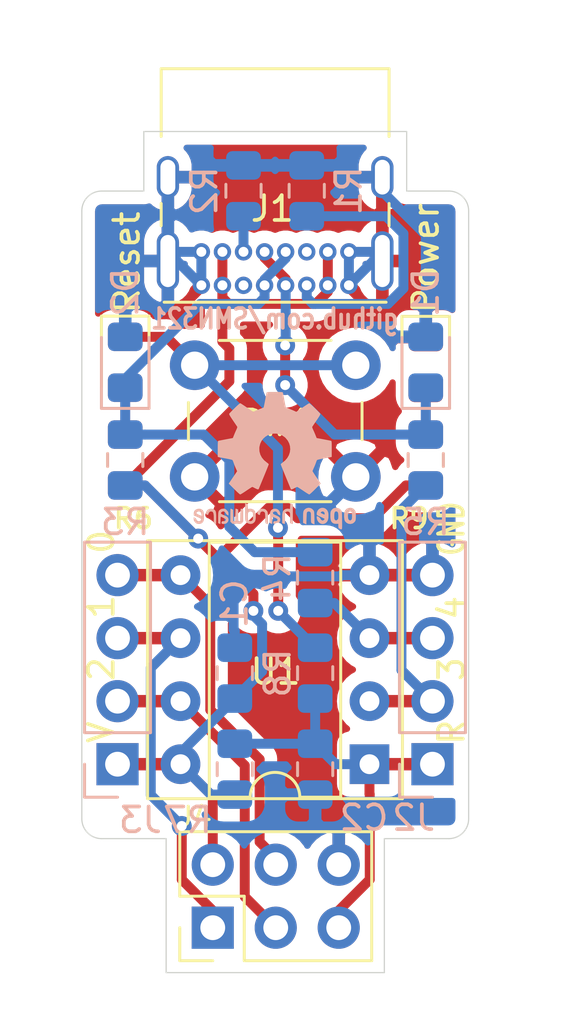
<source format=kicad_pcb>
(kicad_pcb (version 20171130) (host pcbnew "(5.1.2)-1")

  (general
    (thickness 1.6)
    (drawings 27)
    (tracks 151)
    (zones 0)
    (modules 22)
    (nets 18)
  )

  (page A4)
  (layers
    (0 F.Cu signal)
    (31 B.Cu signal)
    (32 B.Adhes user)
    (33 F.Adhes user)
    (34 B.Paste user)
    (35 F.Paste user)
    (36 B.SilkS user)
    (37 F.SilkS user)
    (38 B.Mask user)
    (39 F.Mask user)
    (40 Dwgs.User user)
    (41 Cmts.User user)
    (42 Eco1.User user)
    (43 Eco2.User user)
    (44 Edge.Cuts user)
    (45 Margin user)
    (46 B.CrtYd user)
    (47 F.CrtYd user)
    (48 B.Fab user)
    (49 F.Fab user)
  )

  (setup
    (last_trace_width 0.4)
    (trace_clearance 0.2)
    (zone_clearance 0.508)
    (zone_45_only no)
    (trace_min 0.2)
    (via_size 0.8)
    (via_drill 0.4)
    (via_min_size 0.4)
    (via_min_drill 0.3)
    (uvia_size 0.3)
    (uvia_drill 0.1)
    (uvias_allowed no)
    (uvia_min_size 0.2)
    (uvia_min_drill 0.1)
    (edge_width 0.05)
    (segment_width 0.2)
    (pcb_text_width 0.3)
    (pcb_text_size 1.5 1.5)
    (mod_edge_width 0.12)
    (mod_text_size 1 1)
    (mod_text_width 0.15)
    (pad_size 1.524 1.524)
    (pad_drill 0.762)
    (pad_to_mask_clearance 0.051)
    (solder_mask_min_width 0.25)
    (aux_axis_origin 0 0)
    (visible_elements 7FFDFFFF)
    (pcbplotparams
      (layerselection 0x010fc_ffffffff)
      (usegerberextensions false)
      (usegerberattributes false)
      (usegerberadvancedattributes false)
      (creategerberjobfile false)
      (excludeedgelayer true)
      (linewidth 0.100000)
      (plotframeref false)
      (viasonmask false)
      (mode 1)
      (useauxorigin false)
      (hpglpennumber 1)
      (hpglpenspeed 20)
      (hpglpendiameter 15.000000)
      (psnegative false)
      (psa4output false)
      (plotreference true)
      (plotvalue true)
      (plotinvisibletext false)
      (padsonsilk false)
      (subtractmaskfromsilk false)
      (outputformat 1)
      (mirror false)
      (drillshape 1)
      (scaleselection 1)
      (outputdirectory ""))
  )

  (net 0 "")
  (net 1 GND)
  (net 2 +5V)
  (net 3 /NRES)
  (net 4 "Net-(D1-Pad1)")
  (net 5 "Net-(D2-Pad1)")
  (net 6 "Net-(D3-Pad2)")
  (net 7 "Net-(D3-Pad1)")
  (net 8 "Net-(J1-PadB5)")
  (net 9 "Net-(J1-PadB8)")
  (net 10 "Net-(J1-PadA8)")
  (net 11 "Net-(J1-PadA5)")
  (net 12 /PB4)
  (net 13 /PB3)
  (net 14 /PB0)
  (net 15 /PB1)
  (net 16 /PB2)
  (net 17 "Net-(D4-Pad2)")

  (net_class Default "Dies ist die voreingestellte Netzklasse."
    (clearance 0.2)
    (trace_width 0.4)
    (via_dia 0.8)
    (via_drill 0.4)
    (uvia_dia 0.3)
    (uvia_drill 0.1)
    (add_net +5V)
    (add_net /NRES)
    (add_net /PB0)
    (add_net /PB1)
    (add_net /PB2)
    (add_net /PB3)
    (add_net /PB4)
    (add_net GND)
    (add_net "Net-(D1-Pad1)")
    (add_net "Net-(D2-Pad1)")
    (add_net "Net-(D3-Pad1)")
    (add_net "Net-(D3-Pad2)")
    (add_net "Net-(D4-Pad2)")
    (add_net "Net-(J1-PadA5)")
    (add_net "Net-(J1-PadA8)")
    (add_net "Net-(J1-PadB5)")
    (add_net "Net-(J1-PadB8)")
  )

  (module Symbol:OSHW-Logo2_7.3x6mm_SilkScreen (layer B.Cu) (tedit 0) (tstamp 5E7E1FD3)
    (at 204.28 59.66 180)
    (descr "Open Source Hardware Symbol")
    (tags "Logo Symbol OSHW")
    (attr virtual)
    (fp_text reference REF** (at 0 0) (layer B.SilkS) hide
      (effects (font (size 1 1) (thickness 0.15)) (justify mirror))
    )
    (fp_text value OSHW-Logo2_7.3x6mm_SilkScreen (at 0.75 0) (layer B.Fab) hide
      (effects (font (size 1 1) (thickness 0.15)) (justify mirror))
    )
    (fp_poly (pts (xy 0.10391 2.757652) (xy 0.182454 2.757222) (xy 0.239298 2.756058) (xy 0.278105 2.753793)
      (xy 0.302538 2.75006) (xy 0.316262 2.744494) (xy 0.32294 2.736727) (xy 0.326236 2.726395)
      (xy 0.326556 2.725057) (xy 0.331562 2.700921) (xy 0.340829 2.653299) (xy 0.353392 2.587259)
      (xy 0.368287 2.507872) (xy 0.384551 2.420204) (xy 0.385119 2.417125) (xy 0.40141 2.331211)
      (xy 0.416652 2.255304) (xy 0.429861 2.193955) (xy 0.440054 2.151718) (xy 0.446248 2.133145)
      (xy 0.446543 2.132816) (xy 0.464788 2.123747) (xy 0.502405 2.108633) (xy 0.551271 2.090738)
      (xy 0.551543 2.090642) (xy 0.613093 2.067507) (xy 0.685657 2.038035) (xy 0.754057 2.008403)
      (xy 0.757294 2.006938) (xy 0.868702 1.956374) (xy 1.115399 2.12484) (xy 1.191077 2.176197)
      (xy 1.259631 2.222111) (xy 1.317088 2.25997) (xy 1.359476 2.287163) (xy 1.382825 2.301079)
      (xy 1.385042 2.302111) (xy 1.40201 2.297516) (xy 1.433701 2.275345) (xy 1.481352 2.234553)
      (xy 1.546198 2.174095) (xy 1.612397 2.109773) (xy 1.676214 2.046388) (xy 1.733329 1.988549)
      (xy 1.780305 1.939825) (xy 1.813703 1.90379) (xy 1.830085 1.884016) (xy 1.830694 1.882998)
      (xy 1.832505 1.869428) (xy 1.825683 1.847267) (xy 1.80854 1.813522) (xy 1.779393 1.7652)
      (xy 1.736555 1.699308) (xy 1.679448 1.614483) (xy 1.628766 1.539823) (xy 1.583461 1.47286)
      (xy 1.54615 1.417484) (xy 1.519452 1.37758) (xy 1.505985 1.357038) (xy 1.505137 1.355644)
      (xy 1.506781 1.335962) (xy 1.519245 1.297707) (xy 1.540048 1.248111) (xy 1.547462 1.232272)
      (xy 1.579814 1.16171) (xy 1.614328 1.081647) (xy 1.642365 1.012371) (xy 1.662568 0.960955)
      (xy 1.678615 0.921881) (xy 1.687888 0.901459) (xy 1.689041 0.899886) (xy 1.706096 0.897279)
      (xy 1.746298 0.890137) (xy 1.804302 0.879477) (xy 1.874763 0.866315) (xy 1.952335 0.851667)
      (xy 2.031672 0.836551) (xy 2.107431 0.821982) (xy 2.174264 0.808978) (xy 2.226828 0.798555)
      (xy 2.259776 0.79173) (xy 2.267857 0.789801) (xy 2.276205 0.785038) (xy 2.282506 0.774282)
      (xy 2.287045 0.753902) (xy 2.290104 0.720266) (xy 2.291967 0.669745) (xy 2.292918 0.598708)
      (xy 2.29324 0.503524) (xy 2.293257 0.464508) (xy 2.293257 0.147201) (xy 2.217057 0.132161)
      (xy 2.174663 0.124005) (xy 2.1114 0.112101) (xy 2.034962 0.097884) (xy 1.953043 0.08279)
      (xy 1.9304 0.078645) (xy 1.854806 0.063947) (xy 1.788953 0.049495) (xy 1.738366 0.036625)
      (xy 1.708574 0.026678) (xy 1.703612 0.023713) (xy 1.691426 0.002717) (xy 1.673953 -0.037967)
      (xy 1.654577 -0.090322) (xy 1.650734 -0.1016) (xy 1.625339 -0.171523) (xy 1.593817 -0.250418)
      (xy 1.562969 -0.321266) (xy 1.562817 -0.321595) (xy 1.511447 -0.432733) (xy 1.680399 -0.681253)
      (xy 1.849352 -0.929772) (xy 1.632429 -1.147058) (xy 1.566819 -1.211726) (xy 1.506979 -1.268733)
      (xy 1.456267 -1.315033) (xy 1.418046 -1.347584) (xy 1.395675 -1.363343) (xy 1.392466 -1.364343)
      (xy 1.373626 -1.356469) (xy 1.33518 -1.334578) (xy 1.28133 -1.301267) (xy 1.216276 -1.259131)
      (xy 1.14594 -1.211943) (xy 1.074555 -1.16381) (xy 1.010908 -1.121928) (xy 0.959041 -1.088871)
      (xy 0.922995 -1.067218) (xy 0.906867 -1.059543) (xy 0.887189 -1.066037) (xy 0.849875 -1.08315)
      (xy 0.802621 -1.107326) (xy 0.797612 -1.110013) (xy 0.733977 -1.141927) (xy 0.690341 -1.157579)
      (xy 0.663202 -1.157745) (xy 0.649057 -1.143204) (xy 0.648975 -1.143) (xy 0.641905 -1.125779)
      (xy 0.625042 -1.084899) (xy 0.599695 -1.023525) (xy 0.567171 -0.944819) (xy 0.528778 -0.851947)
      (xy 0.485822 -0.748072) (xy 0.444222 -0.647502) (xy 0.398504 -0.536516) (xy 0.356526 -0.433703)
      (xy 0.319548 -0.342215) (xy 0.288827 -0.265201) (xy 0.265622 -0.205815) (xy 0.25119 -0.167209)
      (xy 0.246743 -0.1528) (xy 0.257896 -0.136272) (xy 0.287069 -0.10993) (xy 0.325971 -0.080887)
      (xy 0.436757 0.010961) (xy 0.523351 0.116241) (xy 0.584716 0.232734) (xy 0.619815 0.358224)
      (xy 0.627608 0.490493) (xy 0.621943 0.551543) (xy 0.591078 0.678205) (xy 0.53792 0.790059)
      (xy 0.465767 0.885999) (xy 0.377917 0.964924) (xy 0.277665 1.02573) (xy 0.16831 1.067313)
      (xy 0.053147 1.088572) (xy -0.064525 1.088401) (xy -0.18141 1.065699) (xy -0.294211 1.019362)
      (xy -0.399631 0.948287) (xy -0.443632 0.908089) (xy -0.528021 0.804871) (xy -0.586778 0.692075)
      (xy -0.620296 0.57299) (xy -0.628965 0.450905) (xy -0.613177 0.329107) (xy -0.573322 0.210884)
      (xy -0.509793 0.099525) (xy -0.422979 -0.001684) (xy -0.325971 -0.080887) (xy -0.285563 -0.111162)
      (xy -0.257018 -0.137219) (xy -0.246743 -0.152825) (xy -0.252123 -0.169843) (xy -0.267425 -0.2105)
      (xy -0.291388 -0.271642) (xy -0.322756 -0.350119) (xy -0.360268 -0.44278) (xy -0.402667 -0.546472)
      (xy -0.444337 -0.647526) (xy -0.49031 -0.758607) (xy -0.532893 -0.861541) (xy -0.570779 -0.953165)
      (xy -0.60266 -1.030316) (xy -0.627229 -1.089831) (xy -0.64318 -1.128544) (xy -0.64909 -1.143)
      (xy -0.663052 -1.157685) (xy -0.69006 -1.157642) (xy -0.733587 -1.142099) (xy -0.79711 -1.110284)
      (xy -0.797612 -1.110013) (xy -0.84544 -1.085323) (xy -0.884103 -1.067338) (xy -0.905905 -1.059614)
      (xy -0.906867 -1.059543) (xy -0.923279 -1.067378) (xy -0.959513 -1.089165) (xy -1.011526 -1.122328)
      (xy -1.075275 -1.164291) (xy -1.14594 -1.211943) (xy -1.217884 -1.260191) (xy -1.282726 -1.302151)
      (xy -1.336265 -1.335227) (xy -1.374303 -1.356821) (xy -1.392467 -1.364343) (xy -1.409192 -1.354457)
      (xy -1.44282 -1.326826) (xy -1.48999 -1.284495) (xy -1.547342 -1.230505) (xy -1.611516 -1.167899)
      (xy -1.632503 -1.146983) (xy -1.849501 -0.929623) (xy -1.684332 -0.68722) (xy -1.634136 -0.612781)
      (xy -1.590081 -0.545972) (xy -1.554638 -0.490665) (xy -1.530281 -0.450729) (xy -1.519478 -0.430036)
      (xy -1.519162 -0.428563) (xy -1.524857 -0.409058) (xy -1.540174 -0.369822) (xy -1.562463 -0.31743)
      (xy -1.578107 -0.282355) (xy -1.607359 -0.215201) (xy -1.634906 -0.147358) (xy -1.656263 -0.090034)
      (xy -1.662065 -0.072572) (xy -1.678548 -0.025938) (xy -1.69466 0.010095) (xy -1.70351 0.023713)
      (xy -1.72304 0.032048) (xy -1.765666 0.043863) (xy -1.825855 0.057819) (xy -1.898078 0.072578)
      (xy -1.9304 0.078645) (xy -2.012478 0.093727) (xy -2.091205 0.108331) (xy -2.158891 0.12102)
      (xy -2.20784 0.130358) (xy -2.217057 0.132161) (xy -2.293257 0.147201) (xy -2.293257 0.464508)
      (xy -2.293086 0.568846) (xy -2.292384 0.647787) (xy -2.290866 0.704962) (xy -2.288251 0.744001)
      (xy -2.284254 0.768535) (xy -2.278591 0.782195) (xy -2.27098 0.788611) (xy -2.267857 0.789801)
      (xy -2.249022 0.79402) (xy -2.207412 0.802438) (xy -2.14837 0.814039) (xy -2.077243 0.827805)
      (xy -1.999375 0.84272) (xy -1.920113 0.857768) (xy -1.844802 0.871931) (xy -1.778787 0.884194)
      (xy -1.727413 0.893539) (xy -1.696025 0.89895) (xy -1.689041 0.899886) (xy -1.682715 0.912404)
      (xy -1.66871 0.945754) (xy -1.649645 0.993623) (xy -1.642366 1.012371) (xy -1.613004 1.084805)
      (xy -1.578429 1.16483) (xy -1.547463 1.232272) (xy -1.524677 1.283841) (xy -1.509518 1.326215)
      (xy -1.504458 1.352166) (xy -1.505264 1.355644) (xy -1.515959 1.372064) (xy -1.54038 1.408583)
      (xy -1.575905 1.461313) (xy -1.619913 1.526365) (xy -1.669783 1.599849) (xy -1.679644 1.614355)
      (xy -1.737508 1.700296) (xy -1.780044 1.765739) (xy -1.808946 1.813696) (xy -1.82591 1.84718)
      (xy -1.832633 1.869205) (xy -1.83081 1.882783) (xy -1.830764 1.882869) (xy -1.816414 1.900703)
      (xy -1.784677 1.935183) (xy -1.73899 1.982732) (xy -1.682796 2.039778) (xy -1.619532 2.102745)
      (xy -1.612398 2.109773) (xy -1.53267 2.18698) (xy -1.471143 2.24367) (xy -1.426579 2.28089)
      (xy -1.397743 2.299685) (xy -1.385042 2.302111) (xy -1.366506 2.291529) (xy -1.328039 2.267084)
      (xy -1.273614 2.231388) (xy -1.207202 2.187053) (xy -1.132775 2.136689) (xy -1.115399 2.12484)
      (xy -0.868703 1.956374) (xy -0.757294 2.006938) (xy -0.689543 2.036405) (xy -0.616817 2.066041)
      (xy -0.554297 2.08967) (xy -0.551543 2.090642) (xy -0.50264 2.108543) (xy -0.464943 2.12368)
      (xy -0.446575 2.13279) (xy -0.446544 2.132816) (xy -0.440715 2.149283) (xy -0.430808 2.189781)
      (xy -0.417805 2.249758) (xy -0.402691 2.32466) (xy -0.386448 2.409936) (xy -0.385119 2.417125)
      (xy -0.368825 2.504986) (xy -0.353867 2.58474) (xy -0.341209 2.651319) (xy -0.331814 2.699653)
      (xy -0.326646 2.724675) (xy -0.326556 2.725057) (xy -0.323411 2.735701) (xy -0.317296 2.743738)
      (xy -0.304547 2.749533) (xy -0.2815 2.753453) (xy -0.244491 2.755865) (xy -0.189856 2.757135)
      (xy -0.113933 2.757629) (xy -0.013056 2.757714) (xy 0 2.757714) (xy 0.10391 2.757652)) (layer B.SilkS) (width 0.01))
    (fp_poly (pts (xy 3.153595 -1.966966) (xy 3.211021 -2.004497) (xy 3.238719 -2.038096) (xy 3.260662 -2.099064)
      (xy 3.262405 -2.147308) (xy 3.258457 -2.211816) (xy 3.109686 -2.276934) (xy 3.037349 -2.310202)
      (xy 2.990084 -2.336964) (xy 2.965507 -2.360144) (xy 2.961237 -2.382667) (xy 2.974889 -2.407455)
      (xy 2.989943 -2.423886) (xy 3.033746 -2.450235) (xy 3.081389 -2.452081) (xy 3.125145 -2.431546)
      (xy 3.157289 -2.390752) (xy 3.163038 -2.376347) (xy 3.190576 -2.331356) (xy 3.222258 -2.312182)
      (xy 3.265714 -2.295779) (xy 3.265714 -2.357966) (xy 3.261872 -2.400283) (xy 3.246823 -2.435969)
      (xy 3.21528 -2.476943) (xy 3.210592 -2.482267) (xy 3.175506 -2.51872) (xy 3.145347 -2.538283)
      (xy 3.107615 -2.547283) (xy 3.076335 -2.55023) (xy 3.020385 -2.550965) (xy 2.980555 -2.54166)
      (xy 2.955708 -2.527846) (xy 2.916656 -2.497467) (xy 2.889625 -2.464613) (xy 2.872517 -2.423294)
      (xy 2.863238 -2.367521) (xy 2.859693 -2.291305) (xy 2.85941 -2.252622) (xy 2.860372 -2.206247)
      (xy 2.948007 -2.206247) (xy 2.949023 -2.231126) (xy 2.951556 -2.2352) (xy 2.968274 -2.229665)
      (xy 3.004249 -2.215017) (xy 3.052331 -2.19419) (xy 3.062386 -2.189714) (xy 3.123152 -2.158814)
      (xy 3.156632 -2.131657) (xy 3.16399 -2.10622) (xy 3.146391 -2.080481) (xy 3.131856 -2.069109)
      (xy 3.07941 -2.046364) (xy 3.030322 -2.050122) (xy 2.989227 -2.077884) (xy 2.960758 -2.127152)
      (xy 2.951631 -2.166257) (xy 2.948007 -2.206247) (xy 2.860372 -2.206247) (xy 2.861285 -2.162249)
      (xy 2.868196 -2.095384) (xy 2.881884 -2.046695) (xy 2.904096 -2.010849) (xy 2.936574 -1.982513)
      (xy 2.950733 -1.973355) (xy 3.015053 -1.949507) (xy 3.085473 -1.948006) (xy 3.153595 -1.966966)) (layer B.SilkS) (width 0.01))
    (fp_poly (pts (xy 2.6526 -1.958752) (xy 2.669948 -1.966334) (xy 2.711356 -1.999128) (xy 2.746765 -2.046547)
      (xy 2.768664 -2.097151) (xy 2.772229 -2.122098) (xy 2.760279 -2.156927) (xy 2.734067 -2.175357)
      (xy 2.705964 -2.186516) (xy 2.693095 -2.188572) (xy 2.686829 -2.173649) (xy 2.674456 -2.141175)
      (xy 2.669028 -2.126502) (xy 2.63859 -2.075744) (xy 2.59452 -2.050427) (xy 2.53801 -2.051206)
      (xy 2.533825 -2.052203) (xy 2.503655 -2.066507) (xy 2.481476 -2.094393) (xy 2.466327 -2.139287)
      (xy 2.45725 -2.204615) (xy 2.453286 -2.293804) (xy 2.452914 -2.341261) (xy 2.45273 -2.416071)
      (xy 2.451522 -2.467069) (xy 2.448309 -2.499471) (xy 2.442109 -2.518495) (xy 2.43194 -2.529356)
      (xy 2.416819 -2.537272) (xy 2.415946 -2.53767) (xy 2.386828 -2.549981) (xy 2.372403 -2.554514)
      (xy 2.370186 -2.540809) (xy 2.368289 -2.502925) (xy 2.366847 -2.445715) (xy 2.365998 -2.374027)
      (xy 2.365829 -2.321565) (xy 2.366692 -2.220047) (xy 2.37007 -2.143032) (xy 2.377142 -2.086023)
      (xy 2.389088 -2.044526) (xy 2.40709 -2.014043) (xy 2.432327 -1.99008) (xy 2.457247 -1.973355)
      (xy 2.517171 -1.951097) (xy 2.586911 -1.946076) (xy 2.6526 -1.958752)) (layer B.SilkS) (width 0.01))
    (fp_poly (pts (xy 2.144876 -1.956335) (xy 2.186667 -1.975344) (xy 2.219469 -1.998378) (xy 2.243503 -2.024133)
      (xy 2.260097 -2.057358) (xy 2.270577 -2.1028) (xy 2.276271 -2.165207) (xy 2.278507 -2.249327)
      (xy 2.278743 -2.304721) (xy 2.278743 -2.520826) (xy 2.241774 -2.53767) (xy 2.212656 -2.549981)
      (xy 2.198231 -2.554514) (xy 2.195472 -2.541025) (xy 2.193282 -2.504653) (xy 2.191942 -2.451542)
      (xy 2.191657 -2.409372) (xy 2.190434 -2.348447) (xy 2.187136 -2.300115) (xy 2.182321 -2.270518)
      (xy 2.178496 -2.264229) (xy 2.152783 -2.270652) (xy 2.112418 -2.287125) (xy 2.065679 -2.309458)
      (xy 2.020845 -2.333457) (xy 1.986193 -2.35493) (xy 1.970002 -2.369685) (xy 1.969938 -2.369845)
      (xy 1.97133 -2.397152) (xy 1.983818 -2.423219) (xy 2.005743 -2.444392) (xy 2.037743 -2.451474)
      (xy 2.065092 -2.450649) (xy 2.103826 -2.450042) (xy 2.124158 -2.459116) (xy 2.136369 -2.483092)
      (xy 2.137909 -2.487613) (xy 2.143203 -2.521806) (xy 2.129047 -2.542568) (xy 2.092148 -2.552462)
      (xy 2.052289 -2.554292) (xy 1.980562 -2.540727) (xy 1.943432 -2.521355) (xy 1.897576 -2.475845)
      (xy 1.873256 -2.419983) (xy 1.871073 -2.360957) (xy 1.891629 -2.305953) (xy 1.922549 -2.271486)
      (xy 1.95342 -2.252189) (xy 2.001942 -2.227759) (xy 2.058485 -2.202985) (xy 2.06791 -2.199199)
      (xy 2.130019 -2.171791) (xy 2.165822 -2.147634) (xy 2.177337 -2.123619) (xy 2.16658 -2.096635)
      (xy 2.148114 -2.075543) (xy 2.104469 -2.049572) (xy 2.056446 -2.047624) (xy 2.012406 -2.067637)
      (xy 1.980709 -2.107551) (xy 1.976549 -2.117848) (xy 1.952327 -2.155724) (xy 1.916965 -2.183842)
      (xy 1.872343 -2.206917) (xy 1.872343 -2.141485) (xy 1.874969 -2.101506) (xy 1.88623 -2.069997)
      (xy 1.911199 -2.036378) (xy 1.935169 -2.010484) (xy 1.972441 -1.973817) (xy 2.001401 -1.954121)
      (xy 2.032505 -1.94622) (xy 2.067713 -1.944914) (xy 2.144876 -1.956335)) (layer B.SilkS) (width 0.01))
    (fp_poly (pts (xy 1.779833 -1.958663) (xy 1.782048 -1.99685) (xy 1.783784 -2.054886) (xy 1.784899 -2.12818)
      (xy 1.785257 -2.205055) (xy 1.785257 -2.465196) (xy 1.739326 -2.511127) (xy 1.707675 -2.539429)
      (xy 1.67989 -2.550893) (xy 1.641915 -2.550168) (xy 1.62684 -2.548321) (xy 1.579726 -2.542948)
      (xy 1.540756 -2.539869) (xy 1.531257 -2.539585) (xy 1.499233 -2.541445) (xy 1.453432 -2.546114)
      (xy 1.435674 -2.548321) (xy 1.392057 -2.551735) (xy 1.362745 -2.54432) (xy 1.33368 -2.521427)
      (xy 1.323188 -2.511127) (xy 1.277257 -2.465196) (xy 1.277257 -1.978602) (xy 1.314226 -1.961758)
      (xy 1.346059 -1.949282) (xy 1.364683 -1.944914) (xy 1.369458 -1.958718) (xy 1.373921 -1.997286)
      (xy 1.377775 -2.056356) (xy 1.380722 -2.131663) (xy 1.382143 -2.195286) (xy 1.386114 -2.445657)
      (xy 1.420759 -2.450556) (xy 1.452268 -2.447131) (xy 1.467708 -2.436041) (xy 1.472023 -2.415308)
      (xy 1.475708 -2.371145) (xy 1.478469 -2.309146) (xy 1.480012 -2.234909) (xy 1.480235 -2.196706)
      (xy 1.480457 -1.976783) (xy 1.526166 -1.960849) (xy 1.558518 -1.950015) (xy 1.576115 -1.944962)
      (xy 1.576623 -1.944914) (xy 1.578388 -1.958648) (xy 1.580329 -1.99673) (xy 1.582282 -2.054482)
      (xy 1.584084 -2.127227) (xy 1.585343 -2.195286) (xy 1.589314 -2.445657) (xy 1.6764 -2.445657)
      (xy 1.680396 -2.21724) (xy 1.684392 -1.988822) (xy 1.726847 -1.966868) (xy 1.758192 -1.951793)
      (xy 1.776744 -1.944951) (xy 1.777279 -1.944914) (xy 1.779833 -1.958663)) (layer B.SilkS) (width 0.01))
    (fp_poly (pts (xy 1.190117 -2.065358) (xy 1.189933 -2.173837) (xy 1.189219 -2.257287) (xy 1.187675 -2.319704)
      (xy 1.185001 -2.365085) (xy 1.180894 -2.397429) (xy 1.175055 -2.420733) (xy 1.167182 -2.438995)
      (xy 1.161221 -2.449418) (xy 1.111855 -2.505945) (xy 1.049264 -2.541377) (xy 0.980013 -2.55409)
      (xy 0.910668 -2.542463) (xy 0.869375 -2.521568) (xy 0.826025 -2.485422) (xy 0.796481 -2.441276)
      (xy 0.778655 -2.383462) (xy 0.770463 -2.306313) (xy 0.769302 -2.249714) (xy 0.769458 -2.245647)
      (xy 0.870857 -2.245647) (xy 0.871476 -2.31055) (xy 0.874314 -2.353514) (xy 0.88084 -2.381622)
      (xy 0.892523 -2.401953) (xy 0.906483 -2.417288) (xy 0.953365 -2.44689) (xy 1.003701 -2.449419)
      (xy 1.051276 -2.424705) (xy 1.054979 -2.421356) (xy 1.070783 -2.403935) (xy 1.080693 -2.383209)
      (xy 1.086058 -2.352362) (xy 1.088228 -2.304577) (xy 1.088571 -2.251748) (xy 1.087827 -2.185381)
      (xy 1.084748 -2.141106) (xy 1.078061 -2.112009) (xy 1.066496 -2.091173) (xy 1.057013 -2.080107)
      (xy 1.01296 -2.052198) (xy 0.962224 -2.048843) (xy 0.913796 -2.070159) (xy 0.90445 -2.078073)
      (xy 0.88854 -2.095647) (xy 0.87861 -2.116587) (xy 0.873278 -2.147782) (xy 0.871163 -2.196122)
      (xy 0.870857 -2.245647) (xy 0.769458 -2.245647) (xy 0.77281 -2.158568) (xy 0.784726 -2.090086)
      (xy 0.807135 -2.0386) (xy 0.842124 -1.998443) (xy 0.869375 -1.977861) (xy 0.918907 -1.955625)
      (xy 0.976316 -1.945304) (xy 1.029682 -1.948067) (xy 1.059543 -1.959212) (xy 1.071261 -1.962383)
      (xy 1.079037 -1.950557) (xy 1.084465 -1.918866) (xy 1.088571 -1.870593) (xy 1.093067 -1.816829)
      (xy 1.099313 -1.784482) (xy 1.110676 -1.765985) (xy 1.130528 -1.75377) (xy 1.143 -1.748362)
      (xy 1.190171 -1.728601) (xy 1.190117 -2.065358)) (layer B.SilkS) (width 0.01))
    (fp_poly (pts (xy 0.529926 -1.949755) (xy 0.595858 -1.974084) (xy 0.649273 -2.017117) (xy 0.670164 -2.047409)
      (xy 0.692939 -2.102994) (xy 0.692466 -2.143186) (xy 0.668562 -2.170217) (xy 0.659717 -2.174813)
      (xy 0.62153 -2.189144) (xy 0.602028 -2.185472) (xy 0.595422 -2.161407) (xy 0.595086 -2.148114)
      (xy 0.582992 -2.09921) (xy 0.551471 -2.064999) (xy 0.507659 -2.048476) (xy 0.458695 -2.052634)
      (xy 0.418894 -2.074227) (xy 0.40545 -2.086544) (xy 0.395921 -2.101487) (xy 0.389485 -2.124075)
      (xy 0.385317 -2.159328) (xy 0.382597 -2.212266) (xy 0.380502 -2.287907) (xy 0.37996 -2.311857)
      (xy 0.377981 -2.39379) (xy 0.375731 -2.451455) (xy 0.372357 -2.489608) (xy 0.367006 -2.513004)
      (xy 0.358824 -2.526398) (xy 0.346959 -2.534545) (xy 0.339362 -2.538144) (xy 0.307102 -2.550452)
      (xy 0.288111 -2.554514) (xy 0.281836 -2.540948) (xy 0.278006 -2.499934) (xy 0.2766 -2.430999)
      (xy 0.277598 -2.333669) (xy 0.277908 -2.318657) (xy 0.280101 -2.229859) (xy 0.282693 -2.165019)
      (xy 0.286382 -2.119067) (xy 0.291864 -2.086935) (xy 0.299835 -2.063553) (xy 0.310993 -2.043852)
      (xy 0.31683 -2.03541) (xy 0.350296 -1.998057) (xy 0.387727 -1.969003) (xy 0.392309 -1.966467)
      (xy 0.459426 -1.946443) (xy 0.529926 -1.949755)) (layer B.SilkS) (width 0.01))
    (fp_poly (pts (xy 0.039744 -1.950968) (xy 0.096616 -1.972087) (xy 0.097267 -1.972493) (xy 0.13244 -1.99838)
      (xy 0.158407 -2.028633) (xy 0.17667 -2.068058) (xy 0.188732 -2.121462) (xy 0.196096 -2.193651)
      (xy 0.200264 -2.289432) (xy 0.200629 -2.303078) (xy 0.205876 -2.508842) (xy 0.161716 -2.531678)
      (xy 0.129763 -2.54711) (xy 0.11047 -2.554423) (xy 0.109578 -2.554514) (xy 0.106239 -2.541022)
      (xy 0.103587 -2.504626) (xy 0.101956 -2.451452) (xy 0.1016 -2.408393) (xy 0.101592 -2.338641)
      (xy 0.098403 -2.294837) (xy 0.087288 -2.273944) (xy 0.063501 -2.272925) (xy 0.022296 -2.288741)
      (xy -0.039914 -2.317815) (xy -0.085659 -2.341963) (xy -0.109187 -2.362913) (xy -0.116104 -2.385747)
      (xy -0.116114 -2.386877) (xy -0.104701 -2.426212) (xy -0.070908 -2.447462) (xy -0.019191 -2.450539)
      (xy 0.018061 -2.450006) (xy 0.037703 -2.460735) (xy 0.049952 -2.486505) (xy 0.057002 -2.519337)
      (xy 0.046842 -2.537966) (xy 0.043017 -2.540632) (xy 0.007001 -2.55134) (xy -0.043434 -2.552856)
      (xy -0.095374 -2.545759) (xy -0.132178 -2.532788) (xy -0.183062 -2.489585) (xy -0.211986 -2.429446)
      (xy -0.217714 -2.382462) (xy -0.213343 -2.340082) (xy -0.197525 -2.305488) (xy -0.166203 -2.274763)
      (xy -0.115322 -2.24399) (xy -0.040824 -2.209252) (xy -0.036286 -2.207288) (xy 0.030821 -2.176287)
      (xy 0.072232 -2.150862) (xy 0.089981 -2.128014) (xy 0.086107 -2.104745) (xy 0.062643 -2.078056)
      (xy 0.055627 -2.071914) (xy 0.00863 -2.0481) (xy -0.040067 -2.049103) (xy -0.082478 -2.072451)
      (xy -0.110616 -2.115675) (xy -0.113231 -2.12416) (xy -0.138692 -2.165308) (xy -0.170999 -2.185128)
      (xy -0.217714 -2.20477) (xy -0.217714 -2.15395) (xy -0.203504 -2.080082) (xy -0.161325 -2.012327)
      (xy -0.139376 -1.989661) (xy -0.089483 -1.960569) (xy -0.026033 -1.9474) (xy 0.039744 -1.950968)) (layer B.SilkS) (width 0.01))
    (fp_poly (pts (xy -0.624114 -1.851289) (xy -0.619861 -1.910613) (xy -0.614975 -1.945572) (xy -0.608205 -1.96082)
      (xy -0.598298 -1.961015) (xy -0.595086 -1.959195) (xy -0.552356 -1.946015) (xy -0.496773 -1.946785)
      (xy -0.440263 -1.960333) (xy -0.404918 -1.977861) (xy -0.368679 -2.005861) (xy -0.342187 -2.037549)
      (xy -0.324001 -2.077813) (xy -0.312678 -2.131543) (xy -0.306778 -2.203626) (xy -0.304857 -2.298951)
      (xy -0.304823 -2.317237) (xy -0.3048 -2.522646) (xy -0.350509 -2.53858) (xy -0.382973 -2.54942)
      (xy -0.400785 -2.554468) (xy -0.401309 -2.554514) (xy -0.403063 -2.540828) (xy -0.404556 -2.503076)
      (xy -0.405674 -2.446224) (xy -0.406303 -2.375234) (xy -0.4064 -2.332073) (xy -0.406602 -2.246973)
      (xy -0.407642 -2.185981) (xy -0.410169 -2.144177) (xy -0.414836 -2.116642) (xy -0.422293 -2.098456)
      (xy -0.433189 -2.084698) (xy -0.439993 -2.078073) (xy -0.486728 -2.051375) (xy -0.537728 -2.049375)
      (xy -0.583999 -2.071955) (xy -0.592556 -2.080107) (xy -0.605107 -2.095436) (xy -0.613812 -2.113618)
      (xy -0.619369 -2.139909) (xy -0.622474 -2.179562) (xy -0.623824 -2.237832) (xy -0.624114 -2.318173)
      (xy -0.624114 -2.522646) (xy -0.669823 -2.53858) (xy -0.702287 -2.54942) (xy -0.720099 -2.554468)
      (xy -0.720623 -2.554514) (xy -0.721963 -2.540623) (xy -0.723172 -2.501439) (xy -0.724199 -2.4407)
      (xy -0.724998 -2.362141) (xy -0.725519 -2.269498) (xy -0.725714 -2.166509) (xy -0.725714 -1.769342)
      (xy -0.678543 -1.749444) (xy -0.631371 -1.729547) (xy -0.624114 -1.851289)) (layer B.SilkS) (width 0.01))
    (fp_poly (pts (xy -1.831697 -1.931239) (xy -1.774473 -1.969735) (xy -1.730251 -2.025335) (xy -1.703833 -2.096086)
      (xy -1.69849 -2.148162) (xy -1.699097 -2.169893) (xy -1.704178 -2.186531) (xy -1.718145 -2.201437)
      (xy -1.745411 -2.217973) (xy -1.790388 -2.239498) (xy -1.857489 -2.269374) (xy -1.857829 -2.269524)
      (xy -1.919593 -2.297813) (xy -1.970241 -2.322933) (xy -2.004596 -2.342179) (xy -2.017482 -2.352848)
      (xy -2.017486 -2.352934) (xy -2.006128 -2.376166) (xy -1.979569 -2.401774) (xy -1.949077 -2.420221)
      (xy -1.93363 -2.423886) (xy -1.891485 -2.411212) (xy -1.855192 -2.379471) (xy -1.837483 -2.344572)
      (xy -1.820448 -2.318845) (xy -1.787078 -2.289546) (xy -1.747851 -2.264235) (xy -1.713244 -2.250471)
      (xy -1.706007 -2.249714) (xy -1.697861 -2.26216) (xy -1.69737 -2.293972) (xy -1.703357 -2.336866)
      (xy -1.714643 -2.382558) (xy -1.73005 -2.422761) (xy -1.730829 -2.424322) (xy -1.777196 -2.489062)
      (xy -1.837289 -2.533097) (xy -1.905535 -2.554711) (xy -1.976362 -2.552185) (xy -2.044196 -2.523804)
      (xy -2.047212 -2.521808) (xy -2.100573 -2.473448) (xy -2.13566 -2.410352) (xy -2.155078 -2.327387)
      (xy -2.157684 -2.304078) (xy -2.162299 -2.194055) (xy -2.156767 -2.142748) (xy -2.017486 -2.142748)
      (xy -2.015676 -2.174753) (xy -2.005778 -2.184093) (xy -1.981102 -2.177105) (xy -1.942205 -2.160587)
      (xy -1.898725 -2.139881) (xy -1.897644 -2.139333) (xy -1.860791 -2.119949) (xy -1.846 -2.107013)
      (xy -1.849647 -2.093451) (xy -1.865005 -2.075632) (xy -1.904077 -2.049845) (xy -1.946154 -2.04795)
      (xy -1.983897 -2.066717) (xy -2.009966 -2.102915) (xy -2.017486 -2.142748) (xy -2.156767 -2.142748)
      (xy -2.152806 -2.106027) (xy -2.12845 -2.036212) (xy -2.094544 -1.987302) (xy -2.033347 -1.937878)
      (xy -1.965937 -1.913359) (xy -1.89712 -1.911797) (xy -1.831697 -1.931239)) (layer B.SilkS) (width 0.01))
    (fp_poly (pts (xy -2.958885 -1.921962) (xy -2.890855 -1.957733) (xy -2.840649 -2.015301) (xy -2.822815 -2.052312)
      (xy -2.808937 -2.107882) (xy -2.801833 -2.178096) (xy -2.80116 -2.254727) (xy -2.806573 -2.329552)
      (xy -2.81773 -2.394342) (xy -2.834286 -2.440873) (xy -2.839374 -2.448887) (xy -2.899645 -2.508707)
      (xy -2.971231 -2.544535) (xy -3.048908 -2.55502) (xy -3.127452 -2.53881) (xy -3.149311 -2.529092)
      (xy -3.191878 -2.499143) (xy -3.229237 -2.459433) (xy -3.232768 -2.454397) (xy -3.247119 -2.430124)
      (xy -3.256606 -2.404178) (xy -3.26221 -2.370022) (xy -3.264914 -2.321119) (xy -3.265701 -2.250935)
      (xy -3.265714 -2.2352) (xy -3.265678 -2.230192) (xy -3.120571 -2.230192) (xy -3.119727 -2.29643)
      (xy -3.116404 -2.340386) (xy -3.109417 -2.368779) (xy -3.097584 -2.388325) (xy -3.091543 -2.394857)
      (xy -3.056814 -2.41968) (xy -3.023097 -2.418548) (xy -2.989005 -2.397016) (xy -2.968671 -2.374029)
      (xy -2.956629 -2.340478) (xy -2.949866 -2.287569) (xy -2.949402 -2.281399) (xy -2.948248 -2.185513)
      (xy -2.960312 -2.114299) (xy -2.98543 -2.068194) (xy -3.02344 -2.047635) (xy -3.037008 -2.046514)
      (xy -3.072636 -2.052152) (xy -3.097006 -2.071686) (xy -3.111907 -2.109042) (xy -3.119125 -2.16815)
      (xy -3.120571 -2.230192) (xy -3.265678 -2.230192) (xy -3.265174 -2.160413) (xy -3.262904 -2.108159)
      (xy -3.257932 -2.071949) (xy -3.249287 -2.045299) (xy -3.235995 -2.021722) (xy -3.233057 -2.017338)
      (xy -3.183687 -1.958249) (xy -3.129891 -1.923947) (xy -3.064398 -1.910331) (xy -3.042158 -1.909665)
      (xy -2.958885 -1.921962)) (layer B.SilkS) (width 0.01))
    (fp_poly (pts (xy -1.283907 -1.92778) (xy -1.237328 -1.954723) (xy -1.204943 -1.981466) (xy -1.181258 -2.009484)
      (xy -1.164941 -2.043748) (xy -1.154661 -2.089227) (xy -1.149086 -2.150892) (xy -1.146884 -2.233711)
      (xy -1.146629 -2.293246) (xy -1.146629 -2.512391) (xy -1.208314 -2.540044) (xy -1.27 -2.567697)
      (xy -1.277257 -2.32767) (xy -1.280256 -2.238028) (xy -1.283402 -2.172962) (xy -1.287299 -2.128026)
      (xy -1.292553 -2.09877) (xy -1.299769 -2.080748) (xy -1.30955 -2.069511) (xy -1.312688 -2.067079)
      (xy -1.360239 -2.048083) (xy -1.408303 -2.0556) (xy -1.436914 -2.075543) (xy -1.448553 -2.089675)
      (xy -1.456609 -2.10822) (xy -1.461729 -2.136334) (xy -1.464559 -2.179173) (xy -1.465744 -2.241895)
      (xy -1.465943 -2.307261) (xy -1.465982 -2.389268) (xy -1.467386 -2.447316) (xy -1.472086 -2.486465)
      (xy -1.482013 -2.51178) (xy -1.499097 -2.528323) (xy -1.525268 -2.541156) (xy -1.560225 -2.554491)
      (xy -1.598404 -2.569007) (xy -1.593859 -2.311389) (xy -1.592029 -2.218519) (xy -1.589888 -2.149889)
      (xy -1.586819 -2.100711) (xy -1.582206 -2.066198) (xy -1.575432 -2.041562) (xy -1.565881 -2.022016)
      (xy -1.554366 -2.00477) (xy -1.49881 -1.94968) (xy -1.43102 -1.917822) (xy -1.357287 -1.910191)
      (xy -1.283907 -1.92778)) (layer B.SilkS) (width 0.01))
    (fp_poly (pts (xy -2.400256 -1.919918) (xy -2.344799 -1.947568) (xy -2.295852 -1.99848) (xy -2.282371 -2.017338)
      (xy -2.267686 -2.042015) (xy -2.258158 -2.068816) (xy -2.252707 -2.104587) (xy -2.250253 -2.156169)
      (xy -2.249714 -2.224267) (xy -2.252148 -2.317588) (xy -2.260606 -2.387657) (xy -2.276826 -2.439931)
      (xy -2.302546 -2.479869) (xy -2.339503 -2.512929) (xy -2.342218 -2.514886) (xy -2.37864 -2.534908)
      (xy -2.422498 -2.544815) (xy -2.478276 -2.547257) (xy -2.568952 -2.547257) (xy -2.56899 -2.635283)
      (xy -2.569834 -2.684308) (xy -2.574976 -2.713065) (xy -2.588413 -2.730311) (xy -2.614142 -2.744808)
      (xy -2.620321 -2.747769) (xy -2.649236 -2.761648) (xy -2.671624 -2.770414) (xy -2.688271 -2.771171)
      (xy -2.699964 -2.761023) (xy -2.70749 -2.737073) (xy -2.711634 -2.696426) (xy -2.713185 -2.636186)
      (xy -2.712929 -2.553455) (xy -2.711651 -2.445339) (xy -2.711252 -2.413) (xy -2.709815 -2.301524)
      (xy -2.708528 -2.228603) (xy -2.569029 -2.228603) (xy -2.568245 -2.290499) (xy -2.56476 -2.330997)
      (xy -2.556876 -2.357708) (xy -2.542895 -2.378244) (xy -2.533403 -2.38826) (xy -2.494596 -2.417567)
      (xy -2.460237 -2.419952) (xy -2.424784 -2.39575) (xy -2.423886 -2.394857) (xy -2.409461 -2.376153)
      (xy -2.400687 -2.350732) (xy -2.396261 -2.311584) (xy -2.394882 -2.251697) (xy -2.394857 -2.23843)
      (xy -2.398188 -2.155901) (xy -2.409031 -2.098691) (xy -2.42866 -2.063766) (xy -2.45835 -2.048094)
      (xy -2.475509 -2.046514) (xy -2.516234 -2.053926) (xy -2.544168 -2.07833) (xy -2.560983 -2.12298)
      (xy -2.56835 -2.19113) (xy -2.569029 -2.228603) (xy -2.708528 -2.228603) (xy -2.708292 -2.215245)
      (xy -2.706323 -2.150333) (xy -2.70355 -2.102958) (xy -2.699612 -2.06929) (xy -2.694151 -2.045498)
      (xy -2.686808 -2.027753) (xy -2.677223 -2.012224) (xy -2.673113 -2.006381) (xy -2.618595 -1.951185)
      (xy -2.549664 -1.91989) (xy -2.469928 -1.911165) (xy -2.400256 -1.919918)) (layer B.SilkS) (width 0.01))
  )

  (module Resistor_SMD:R_0805_2012Metric_Pad1.15x1.40mm_HandSolder locked (layer F.Cu) (tedit 5B36C52B) (tstamp 5E7DCF43)
    (at 210.37 59.64 90)
    (descr "Resistor SMD 0805 (2012 Metric), square (rectangular) end terminal, IPC_7351 nominal with elongated pad for handsoldering. (Body size source: https://docs.google.com/spreadsheets/d/1BsfQQcO9C6DZCsRaXUlFlo91Tg2WpOkGARC1WS5S8t0/edit?usp=sharing), generated with kicad-footprint-generator")
    (tags "resistor handsolder")
    (path /5E8F6BC3)
    (attr smd)
    (fp_text reference R9 (at -2.36 -0.67) (layer F.SilkS)
      (effects (font (size 0.8 0.8) (thickness 0.15)))
    )
    (fp_text value 330 (at 0 1.65 90) (layer F.Fab)
      (effects (font (size 1 1) (thickness 0.15)))
    )
    (fp_text user %R (at 0 0 90) (layer F.Fab)
      (effects (font (size 0.5 0.5) (thickness 0.08)))
    )
    (fp_line (start 1.85 0.95) (end -1.85 0.95) (layer F.CrtYd) (width 0.05))
    (fp_line (start 1.85 -0.95) (end 1.85 0.95) (layer F.CrtYd) (width 0.05))
    (fp_line (start -1.85 -0.95) (end 1.85 -0.95) (layer F.CrtYd) (width 0.05))
    (fp_line (start -1.85 0.95) (end -1.85 -0.95) (layer F.CrtYd) (width 0.05))
    (fp_line (start -0.261252 0.71) (end 0.261252 0.71) (layer F.SilkS) (width 0.12))
    (fp_line (start -0.261252 -0.71) (end 0.261252 -0.71) (layer F.SilkS) (width 0.12))
    (fp_line (start 1 0.6) (end -1 0.6) (layer F.Fab) (width 0.1))
    (fp_line (start 1 -0.6) (end 1 0.6) (layer F.Fab) (width 0.1))
    (fp_line (start -1 -0.6) (end 1 -0.6) (layer F.Fab) (width 0.1))
    (fp_line (start -1 0.6) (end -1 -0.6) (layer F.Fab) (width 0.1))
    (pad 2 smd roundrect (at 1.025 0 90) (size 1.15 1.4) (layers F.Cu F.Paste F.Mask) (roundrect_rratio 0.217391)
      (net 17 "Net-(D4-Pad2)"))
    (pad 1 smd roundrect (at -1.025 0 90) (size 1.15 1.4) (layers F.Cu F.Paste F.Mask) (roundrect_rratio 0.217391)
      (net 2 +5V))
    (model ${KISYS3DMOD}/Resistor_SMD.3dshapes/R_0805_2012Metric.wrl
      (at (xyz 0 0 0))
      (scale (xyz 1 1 1))
      (rotate (xyz 0 0 0))
    )
  )

  (module LED_SMD:LED_0805_2012Metric_Pad1.15x1.40mm_HandSolder locked (layer F.Cu) (tedit 5B4B45C9) (tstamp 5E7DCD50)
    (at 210.37 55.71 270)
    (descr "LED SMD 0805 (2012 Metric), square (rectangular) end terminal, IPC_7351 nominal, (Body size source: https://docs.google.com/spreadsheets/d/1BsfQQcO9C6DZCsRaXUlFlo91Tg2WpOkGARC1WS5S8t0/edit?usp=sharing), generated with kicad-footprint-generator")
    (tags "LED handsolder")
    (path /5E8F725C)
    (attr smd)
    (fp_text reference Power (at -4.21 0 90) (layer F.SilkS)
      (effects (font (size 1 1) (thickness 0.15)))
    )
    (fp_text value "Red, Power" (at 0 1.65 90) (layer F.Fab)
      (effects (font (size 1 1) (thickness 0.15)))
    )
    (fp_text user %R (at 0 0 90) (layer F.Fab)
      (effects (font (size 0.5 0.5) (thickness 0.08)))
    )
    (fp_line (start 1.85 0.95) (end -1.85 0.95) (layer F.CrtYd) (width 0.05))
    (fp_line (start 1.85 -0.95) (end 1.85 0.95) (layer F.CrtYd) (width 0.05))
    (fp_line (start -1.85 -0.95) (end 1.85 -0.95) (layer F.CrtYd) (width 0.05))
    (fp_line (start -1.85 0.95) (end -1.85 -0.95) (layer F.CrtYd) (width 0.05))
    (fp_line (start -1.86 0.96) (end 1 0.96) (layer F.SilkS) (width 0.12))
    (fp_line (start -1.86 -0.96) (end -1.86 0.96) (layer F.SilkS) (width 0.12))
    (fp_line (start 1 -0.96) (end -1.86 -0.96) (layer F.SilkS) (width 0.12))
    (fp_line (start 1 0.6) (end 1 -0.6) (layer F.Fab) (width 0.1))
    (fp_line (start -1 0.6) (end 1 0.6) (layer F.Fab) (width 0.1))
    (fp_line (start -1 -0.3) (end -1 0.6) (layer F.Fab) (width 0.1))
    (fp_line (start -0.7 -0.6) (end -1 -0.3) (layer F.Fab) (width 0.1))
    (fp_line (start 1 -0.6) (end -0.7 -0.6) (layer F.Fab) (width 0.1))
    (pad 2 smd roundrect (at 1.025 0 270) (size 1.15 1.4) (layers F.Cu F.Paste F.Mask) (roundrect_rratio 0.217391)
      (net 17 "Net-(D4-Pad2)"))
    (pad 1 smd roundrect (at -1.025 0 270) (size 1.15 1.4) (layers F.Cu F.Paste F.Mask) (roundrect_rratio 0.217391)
      (net 1 GND))
    (model ${KISYS3DMOD}/LED_SMD.3dshapes/LED_0805_2012Metric.wrl
      (at (xyz 0 0 0))
      (scale (xyz 1 1 1))
      (rotate (xyz 0 0 0))
    )
  )

  (module Button_Switch_THT:SW_PUSH_6mm locked (layer F.Cu) (tedit 5A02FE31) (tstamp 5E7D31FF)
    (at 201.05 55.82)
    (descr https://www.omron.com/ecb/products/pdf/en-b3f.pdf)
    (tags "tact sw push 6mm")
    (path /5E87CC02)
    (fp_text reference SW1 (at 3.24 2.33) (layer F.SilkS)
      (effects (font (size 1 1) (thickness 0.15)))
    )
    (fp_text value SW_Push (at 3.75 6.7) (layer F.Fab)
      (effects (font (size 1 1) (thickness 0.15)))
    )
    (fp_circle (center 3.25 2.25) (end 1.25 2.5) (layer F.Fab) (width 0.1))
    (fp_line (start 6.75 3) (end 6.75 1.5) (layer F.SilkS) (width 0.12))
    (fp_line (start 5.5 -1) (end 1 -1) (layer F.SilkS) (width 0.12))
    (fp_line (start -0.25 1.5) (end -0.25 3) (layer F.SilkS) (width 0.12))
    (fp_line (start 1 5.5) (end 5.5 5.5) (layer F.SilkS) (width 0.12))
    (fp_line (start 8 -1.25) (end 8 5.75) (layer F.CrtYd) (width 0.05))
    (fp_line (start 7.75 6) (end -1.25 6) (layer F.CrtYd) (width 0.05))
    (fp_line (start -1.5 5.75) (end -1.5 -1.25) (layer F.CrtYd) (width 0.05))
    (fp_line (start -1.25 -1.5) (end 7.75 -1.5) (layer F.CrtYd) (width 0.05))
    (fp_line (start -1.5 6) (end -1.25 6) (layer F.CrtYd) (width 0.05))
    (fp_line (start -1.5 5.75) (end -1.5 6) (layer F.CrtYd) (width 0.05))
    (fp_line (start -1.5 -1.5) (end -1.25 -1.5) (layer F.CrtYd) (width 0.05))
    (fp_line (start -1.5 -1.25) (end -1.5 -1.5) (layer F.CrtYd) (width 0.05))
    (fp_line (start 8 -1.5) (end 8 -1.25) (layer F.CrtYd) (width 0.05))
    (fp_line (start 7.75 -1.5) (end 8 -1.5) (layer F.CrtYd) (width 0.05))
    (fp_line (start 8 6) (end 8 5.75) (layer F.CrtYd) (width 0.05))
    (fp_line (start 7.75 6) (end 8 6) (layer F.CrtYd) (width 0.05))
    (fp_line (start 0.25 -0.75) (end 3.25 -0.75) (layer F.Fab) (width 0.1))
    (fp_line (start 0.25 5.25) (end 0.25 -0.75) (layer F.Fab) (width 0.1))
    (fp_line (start 6.25 5.25) (end 0.25 5.25) (layer F.Fab) (width 0.1))
    (fp_line (start 6.25 -0.75) (end 6.25 5.25) (layer F.Fab) (width 0.1))
    (fp_line (start 3.25 -0.75) (end 6.25 -0.75) (layer F.Fab) (width 0.1))
    (fp_text user %R (at 3.25 2.25) (layer F.Fab)
      (effects (font (size 1 1) (thickness 0.15)))
    )
    (pad 1 thru_hole circle (at 6.5 0 90) (size 2 2) (drill 1.1) (layers *.Cu *.Mask)
      (net 7 "Net-(D3-Pad1)"))
    (pad 2 thru_hole circle (at 6.5 4.5 90) (size 2 2) (drill 1.1) (layers *.Cu *.Mask)
      (net 1 GND))
    (pad 1 thru_hole circle (at 0 0 90) (size 2 2) (drill 1.1) (layers *.Cu *.Mask)
      (net 7 "Net-(D3-Pad1)"))
    (pad 2 thru_hole circle (at 0 4.5 90) (size 2 2) (drill 1.1) (layers *.Cu *.Mask)
      (net 1 GND))
    (model ${KISYS3DMOD}/Button_Switch_THT.3dshapes/SW_PUSH_6mm.wrl
      (at (xyz 0 0 0))
      (scale (xyz 1 1 1))
      (rotate (xyz 0 0 0))
    )
  )

  (module Resistor_SMD:R_0805_2012Metric_Pad1.15x1.40mm_HandSolder (layer B.Cu) (tedit 5B36C52B) (tstamp 5E7D31E5)
    (at 205.91 68.23 270)
    (descr "Resistor SMD 0805 (2012 Metric), square (rectangular) end terminal, IPC_7351 nominal with elongated pad for handsoldering. (Body size source: https://docs.google.com/spreadsheets/d/1BsfQQcO9C6DZCsRaXUlFlo91Tg2WpOkGARC1WS5S8t0/edit?usp=sharing), generated with kicad-footprint-generator")
    (tags "resistor handsolder")
    (path /5E858FAF)
    (attr smd)
    (fp_text reference R8 (at 0 1.51 90) (layer B.SilkS)
      (effects (font (size 1 1) (thickness 0.15)) (justify mirror))
    )
    (fp_text value 330 (at 0 -1.65 90) (layer B.Fab)
      (effects (font (size 1 1) (thickness 0.15)) (justify mirror))
    )
    (fp_text user %R (at -0.01 -0.01 90) (layer B.Fab)
      (effects (font (size 0.5 0.5) (thickness 0.08)) (justify mirror))
    )
    (fp_line (start 1.85 -0.95) (end -1.85 -0.95) (layer B.CrtYd) (width 0.05))
    (fp_line (start 1.85 0.95) (end 1.85 -0.95) (layer B.CrtYd) (width 0.05))
    (fp_line (start -1.85 0.95) (end 1.85 0.95) (layer B.CrtYd) (width 0.05))
    (fp_line (start -1.85 -0.95) (end -1.85 0.95) (layer B.CrtYd) (width 0.05))
    (fp_line (start -0.261252 -0.71) (end 0.261252 -0.71) (layer B.SilkS) (width 0.12))
    (fp_line (start -0.261252 0.71) (end 0.261252 0.71) (layer B.SilkS) (width 0.12))
    (fp_line (start 1 -0.6) (end -1 -0.6) (layer B.Fab) (width 0.1))
    (fp_line (start 1 0.6) (end 1 -0.6) (layer B.Fab) (width 0.1))
    (fp_line (start -1 0.6) (end 1 0.6) (layer B.Fab) (width 0.1))
    (fp_line (start -1 -0.6) (end -1 0.6) (layer B.Fab) (width 0.1))
    (pad 2 smd roundrect (at 1.025 0 270) (size 1.15 1.4) (layers B.Cu B.Paste B.Mask) (roundrect_rratio 0.217391)
      (net 3 /NRES))
    (pad 1 smd roundrect (at -1.025 0 270) (size 1.15 1.4) (layers B.Cu B.Paste B.Mask) (roundrect_rratio 0.217391)
      (net 7 "Net-(D3-Pad1)"))
    (model ${KISYS3DMOD}/Resistor_SMD.3dshapes/R_0805_2012Metric.wrl
      (at (xyz 0 0 0))
      (scale (xyz 1 1 1))
      (rotate (xyz 0 0 0))
    )
  )

  (module Resistor_SMD:R_0805_2012Metric_Pad1.15x1.40mm_HandSolder (layer B.Cu) (tedit 5B36C52B) (tstamp 5E7D31D4)
    (at 202.67 72.1 90)
    (descr "Resistor SMD 0805 (2012 Metric), square (rectangular) end terminal, IPC_7351 nominal with elongated pad for handsoldering. (Body size source: https://docs.google.com/spreadsheets/d/1BsfQQcO9C6DZCsRaXUlFlo91Tg2WpOkGARC1WS5S8t0/edit?usp=sharing), generated with kicad-footprint-generator")
    (tags "resistor handsolder")
    (path /5E855C10)
    (attr smd)
    (fp_text reference R7 (at -2.05 -1.91) (layer B.SilkS)
      (effects (font (size 1 1) (thickness 0.15)) (justify mirror))
    )
    (fp_text value 10k (at 0 -1.65 -90) (layer B.Fab)
      (effects (font (size 1 1) (thickness 0.15)) (justify mirror))
    )
    (fp_text user %R (at 0 0 -90) (layer B.Fab)
      (effects (font (size 0.5 0.5) (thickness 0.08)) (justify mirror))
    )
    (fp_line (start 1.85 -0.95) (end -1.85 -0.95) (layer B.CrtYd) (width 0.05))
    (fp_line (start 1.85 0.95) (end 1.85 -0.95) (layer B.CrtYd) (width 0.05))
    (fp_line (start -1.85 0.95) (end 1.85 0.95) (layer B.CrtYd) (width 0.05))
    (fp_line (start -1.85 -0.95) (end -1.85 0.95) (layer B.CrtYd) (width 0.05))
    (fp_line (start -0.261252 -0.71) (end 0.261252 -0.71) (layer B.SilkS) (width 0.12))
    (fp_line (start -0.261252 0.71) (end 0.261252 0.71) (layer B.SilkS) (width 0.12))
    (fp_line (start 1 -0.6) (end -1 -0.6) (layer B.Fab) (width 0.1))
    (fp_line (start 1 0.6) (end 1 -0.6) (layer B.Fab) (width 0.1))
    (fp_line (start -1 0.6) (end 1 0.6) (layer B.Fab) (width 0.1))
    (fp_line (start -1 -0.6) (end -1 0.6) (layer B.Fab) (width 0.1))
    (pad 2 smd roundrect (at 1.025 0 90) (size 1.15 1.4) (layers B.Cu B.Paste B.Mask) (roundrect_rratio 0.217391)
      (net 3 /NRES))
    (pad 1 smd roundrect (at -1.025 0 90) (size 1.15 1.4) (layers B.Cu B.Paste B.Mask) (roundrect_rratio 0.217391)
      (net 2 +5V))
    (model ${KISYS3DMOD}/Resistor_SMD.3dshapes/R_0805_2012Metric.wrl
      (at (xyz 0 0 0))
      (scale (xyz 1 1 1))
      (rotate (xyz 0 0 0))
    )
  )

  (module Resistor_SMD:R_0805_2012Metric_Pad1.15x1.40mm_HandSolder locked (layer F.Cu) (tedit 5B36C52B) (tstamp 5E7D31C3)
    (at 198.25 59.64 270)
    (descr "Resistor SMD 0805 (2012 Metric), square (rectangular) end terminal, IPC_7351 nominal with elongated pad for handsoldering. (Body size source: https://docs.google.com/spreadsheets/d/1BsfQQcO9C6DZCsRaXUlFlo91Tg2WpOkGARC1WS5S8t0/edit?usp=sharing), generated with kicad-footprint-generator")
    (tags "resistor handsolder")
    (path /5E871F91)
    (attr smd)
    (fp_text reference R6 (at 2.36 -0.33) (layer F.SilkS)
      (effects (font (size 0.8 0.8) (thickness 0.15)))
    )
    (fp_text value 330 (at 0 1.65 90) (layer F.Fab)
      (effects (font (size 1 1) (thickness 0.15)))
    )
    (fp_text user %R (at 0 0 90) (layer F.Fab)
      (effects (font (size 0.5 0.5) (thickness 0.08)))
    )
    (fp_line (start 1.85 0.95) (end -1.85 0.95) (layer F.CrtYd) (width 0.05))
    (fp_line (start 1.85 -0.95) (end 1.85 0.95) (layer F.CrtYd) (width 0.05))
    (fp_line (start -1.85 -0.95) (end 1.85 -0.95) (layer F.CrtYd) (width 0.05))
    (fp_line (start -1.85 0.95) (end -1.85 -0.95) (layer F.CrtYd) (width 0.05))
    (fp_line (start -0.261252 0.71) (end 0.261252 0.71) (layer F.SilkS) (width 0.12))
    (fp_line (start -0.261252 -0.71) (end 0.261252 -0.71) (layer F.SilkS) (width 0.12))
    (fp_line (start 1 0.6) (end -1 0.6) (layer F.Fab) (width 0.1))
    (fp_line (start 1 -0.6) (end 1 0.6) (layer F.Fab) (width 0.1))
    (fp_line (start -1 -0.6) (end 1 -0.6) (layer F.Fab) (width 0.1))
    (fp_line (start -1 0.6) (end -1 -0.6) (layer F.Fab) (width 0.1))
    (pad 2 smd roundrect (at 1.025 0 270) (size 1.15 1.4) (layers F.Cu F.Paste F.Mask) (roundrect_rratio 0.217391)
      (net 2 +5V))
    (pad 1 smd roundrect (at -1.025 0 270) (size 1.15 1.4) (layers F.Cu F.Paste F.Mask) (roundrect_rratio 0.217391)
      (net 6 "Net-(D3-Pad2)"))
    (model ${KISYS3DMOD}/Resistor_SMD.3dshapes/R_0805_2012Metric.wrl
      (at (xyz 0 0 0))
      (scale (xyz 1 1 1))
      (rotate (xyz 0 0 0))
    )
  )

  (module Resistor_SMD:R_0805_2012Metric_Pad1.15x1.40mm_HandSolder (layer B.Cu) (tedit 5B36C52B) (tstamp 5E7D31B2)
    (at 210.37 59.64 90)
    (descr "Resistor SMD 0805 (2012 Metric), square (rectangular) end terminal, IPC_7351 nominal with elongated pad for handsoldering. (Body size source: https://docs.google.com/spreadsheets/d/1BsfQQcO9C6DZCsRaXUlFlo91Tg2WpOkGARC1WS5S8t0/edit?usp=sharing), generated with kicad-footprint-generator")
    (tags "resistor handsolder")
    (path /5E7CF024)
    (attr smd)
    (fp_text reference R5 (at -2.5 -0.01 180) (layer B.SilkS)
      (effects (font (size 1 1) (thickness 0.15)) (justify mirror))
    )
    (fp_text value 68 (at 0 -1.65 90) (layer B.Fab)
      (effects (font (size 1 1) (thickness 0.15)) (justify mirror))
    )
    (fp_text user %R (at 0 0 90) (layer B.Fab)
      (effects (font (size 0.5 0.5) (thickness 0.08)) (justify mirror))
    )
    (fp_line (start 1.85 -0.95) (end -1.85 -0.95) (layer B.CrtYd) (width 0.05))
    (fp_line (start 1.85 0.95) (end 1.85 -0.95) (layer B.CrtYd) (width 0.05))
    (fp_line (start -1.85 0.95) (end 1.85 0.95) (layer B.CrtYd) (width 0.05))
    (fp_line (start -1.85 -0.95) (end -1.85 0.95) (layer B.CrtYd) (width 0.05))
    (fp_line (start -0.261252 -0.71) (end 0.261252 -0.71) (layer B.SilkS) (width 0.12))
    (fp_line (start -0.261252 0.71) (end 0.261252 0.71) (layer B.SilkS) (width 0.12))
    (fp_line (start 1 -0.6) (end -1 -0.6) (layer B.Fab) (width 0.1))
    (fp_line (start 1 0.6) (end 1 -0.6) (layer B.Fab) (width 0.1))
    (fp_line (start -1 0.6) (end 1 0.6) (layer B.Fab) (width 0.1))
    (fp_line (start -1 -0.6) (end -1 0.6) (layer B.Fab) (width 0.1))
    (pad 2 smd roundrect (at 1.025 0 90) (size 1.15 1.4) (layers B.Cu B.Paste B.Mask) (roundrect_rratio 0.217391)
      (net 4 "Net-(D1-Pad1)"))
    (pad 1 smd roundrect (at -1.025 0 90) (size 1.15 1.4) (layers B.Cu B.Paste B.Mask) (roundrect_rratio 0.217391)
      (net 13 /PB3))
    (model ${KISYS3DMOD}/Resistor_SMD.3dshapes/R_0805_2012Metric.wrl
      (at (xyz 0 0 0))
      (scale (xyz 1 1 1))
      (rotate (xyz 0 0 0))
    )
  )

  (module Resistor_SMD:R_0805_2012Metric_Pad1.15x1.40mm_HandSolder (layer B.Cu) (tedit 5B36C52B) (tstamp 5E7D31A1)
    (at 205.91 64.38 90)
    (descr "Resistor SMD 0805 (2012 Metric), square (rectangular) end terminal, IPC_7351 nominal with elongated pad for handsoldering. (Body size source: https://docs.google.com/spreadsheets/d/1BsfQQcO9C6DZCsRaXUlFlo91Tg2WpOkGARC1WS5S8t0/edit?usp=sharing), generated with kicad-footprint-generator")
    (tags "resistor handsolder")
    (path /5E7CEAB8)
    (attr smd)
    (fp_text reference R4 (at 0 -1.52 90) (layer B.SilkS)
      (effects (font (size 1 1) (thickness 0.15)) (justify mirror))
    )
    (fp_text value 68 (at 0 -1.65 90) (layer B.Fab)
      (effects (font (size 1 1) (thickness 0.15)) (justify mirror))
    )
    (fp_text user %R (at 0 0 90) (layer B.Fab)
      (effects (font (size 0.5 0.5) (thickness 0.08)) (justify mirror))
    )
    (fp_line (start 1.85 -0.95) (end -1.85 -0.95) (layer B.CrtYd) (width 0.05))
    (fp_line (start 1.85 0.95) (end 1.85 -0.95) (layer B.CrtYd) (width 0.05))
    (fp_line (start -1.85 0.95) (end 1.85 0.95) (layer B.CrtYd) (width 0.05))
    (fp_line (start -1.85 -0.95) (end -1.85 0.95) (layer B.CrtYd) (width 0.05))
    (fp_line (start -0.261252 -0.71) (end 0.261252 -0.71) (layer B.SilkS) (width 0.12))
    (fp_line (start -0.261252 0.71) (end 0.261252 0.71) (layer B.SilkS) (width 0.12))
    (fp_line (start 1 -0.6) (end -1 -0.6) (layer B.Fab) (width 0.1))
    (fp_line (start 1 0.6) (end 1 -0.6) (layer B.Fab) (width 0.1))
    (fp_line (start -1 0.6) (end 1 0.6) (layer B.Fab) (width 0.1))
    (fp_line (start -1 -0.6) (end -1 0.6) (layer B.Fab) (width 0.1))
    (pad 2 smd roundrect (at 1.025 0 90) (size 1.15 1.4) (layers B.Cu B.Paste B.Mask) (roundrect_rratio 0.217391)
      (net 5 "Net-(D2-Pad1)"))
    (pad 1 smd roundrect (at -1.025 0 90) (size 1.15 1.4) (layers B.Cu B.Paste B.Mask) (roundrect_rratio 0.217391)
      (net 12 /PB4))
    (model ${KISYS3DMOD}/Resistor_SMD.3dshapes/R_0805_2012Metric.wrl
      (at (xyz 0 0 0))
      (scale (xyz 1 1 1))
      (rotate (xyz 0 0 0))
    )
  )

  (module Resistor_SMD:R_0805_2012Metric_Pad1.15x1.40mm_HandSolder (layer B.Cu) (tedit 5B36C52B) (tstamp 5E7D3190)
    (at 198.25 59.64 90)
    (descr "Resistor SMD 0805 (2012 Metric), square (rectangular) end terminal, IPC_7351 nominal with elongated pad for handsoldering. (Body size source: https://docs.google.com/spreadsheets/d/1BsfQQcO9C6DZCsRaXUlFlo91Tg2WpOkGARC1WS5S8t0/edit?usp=sharing), generated with kicad-footprint-generator")
    (tags "resistor handsolder")
    (path /5E7CF341)
    (attr smd)
    (fp_text reference R3 (at -2.5 0 180) (layer B.SilkS)
      (effects (font (size 1 1) (thickness 0.15)) (justify mirror))
    )
    (fp_text value 1.5k (at 0 -1.65 90) (layer B.Fab)
      (effects (font (size 1 1) (thickness 0.15)) (justify mirror))
    )
    (fp_text user %R (at 0 0 90) (layer B.Fab)
      (effects (font (size 0.5 0.5) (thickness 0.08)) (justify mirror))
    )
    (fp_line (start 1.85 -0.95) (end -1.85 -0.95) (layer B.CrtYd) (width 0.05))
    (fp_line (start 1.85 0.95) (end 1.85 -0.95) (layer B.CrtYd) (width 0.05))
    (fp_line (start -1.85 0.95) (end 1.85 0.95) (layer B.CrtYd) (width 0.05))
    (fp_line (start -1.85 -0.95) (end -1.85 0.95) (layer B.CrtYd) (width 0.05))
    (fp_line (start -0.261252 -0.71) (end 0.261252 -0.71) (layer B.SilkS) (width 0.12))
    (fp_line (start -0.261252 0.71) (end 0.261252 0.71) (layer B.SilkS) (width 0.12))
    (fp_line (start 1 -0.6) (end -1 -0.6) (layer B.Fab) (width 0.1))
    (fp_line (start 1 0.6) (end 1 -0.6) (layer B.Fab) (width 0.1))
    (fp_line (start -1 0.6) (end 1 0.6) (layer B.Fab) (width 0.1))
    (fp_line (start -1 -0.6) (end -1 0.6) (layer B.Fab) (width 0.1))
    (pad 2 smd roundrect (at 1.025 0 90) (size 1.15 1.4) (layers B.Cu B.Paste B.Mask) (roundrect_rratio 0.217391)
      (net 5 "Net-(D2-Pad1)"))
    (pad 1 smd roundrect (at -1.025 0 90) (size 1.15 1.4) (layers B.Cu B.Paste B.Mask) (roundrect_rratio 0.217391)
      (net 2 +5V))
    (model ${KISYS3DMOD}/Resistor_SMD.3dshapes/R_0805_2012Metric.wrl
      (at (xyz 0 0 0))
      (scale (xyz 1 1 1))
      (rotate (xyz 0 0 0))
    )
  )

  (module Resistor_SMD:R_0805_2012Metric_Pad1.15x1.40mm_HandSolder (layer B.Cu) (tedit 5B36C52B) (tstamp 5E7D317F)
    (at 203.02 48.79 270)
    (descr "Resistor SMD 0805 (2012 Metric), square (rectangular) end terminal, IPC_7351 nominal with elongated pad for handsoldering. (Body size source: https://docs.google.com/spreadsheets/d/1BsfQQcO9C6DZCsRaXUlFlo91Tg2WpOkGARC1WS5S8t0/edit?usp=sharing), generated with kicad-footprint-generator")
    (tags "resistor handsolder")
    (path /5E7D9A71)
    (attr smd)
    (fp_text reference R2 (at 0 1.58 90) (layer B.SilkS)
      (effects (font (size 1 1) (thickness 0.15)) (justify mirror))
    )
    (fp_text value 5.1k (at 0 -1.65 90) (layer B.Fab)
      (effects (font (size 1 1) (thickness 0.15)) (justify mirror))
    )
    (fp_text user %R (at -0.09 -0.13 90) (layer B.Fab)
      (effects (font (size 0.5 0.5) (thickness 0.08)) (justify mirror))
    )
    (fp_line (start 1.85 -0.95) (end -1.85 -0.95) (layer B.CrtYd) (width 0.05))
    (fp_line (start 1.85 0.95) (end 1.85 -0.95) (layer B.CrtYd) (width 0.05))
    (fp_line (start -1.85 0.95) (end 1.85 0.95) (layer B.CrtYd) (width 0.05))
    (fp_line (start -1.85 -0.95) (end -1.85 0.95) (layer B.CrtYd) (width 0.05))
    (fp_line (start -0.261252 -0.71) (end 0.261252 -0.71) (layer B.SilkS) (width 0.12))
    (fp_line (start -0.261252 0.71) (end 0.261252 0.71) (layer B.SilkS) (width 0.12))
    (fp_line (start 1 -0.6) (end -1 -0.6) (layer B.Fab) (width 0.1))
    (fp_line (start 1 0.6) (end 1 -0.6) (layer B.Fab) (width 0.1))
    (fp_line (start -1 0.6) (end 1 0.6) (layer B.Fab) (width 0.1))
    (fp_line (start -1 -0.6) (end -1 0.6) (layer B.Fab) (width 0.1))
    (pad 2 smd roundrect (at 1.025 0 270) (size 1.15 1.4) (layers B.Cu B.Paste B.Mask) (roundrect_rratio 0.217391)
      (net 8 "Net-(J1-PadB5)"))
    (pad 1 smd roundrect (at -1.025 0 270) (size 1.15 1.4) (layers B.Cu B.Paste B.Mask) (roundrect_rratio 0.217391)
      (net 1 GND))
    (model ${KISYS3DMOD}/Resistor_SMD.3dshapes/R_0805_2012Metric.wrl
      (at (xyz 0 0 0))
      (scale (xyz 1 1 1))
      (rotate (xyz 0 0 0))
    )
  )

  (module Resistor_SMD:R_0805_2012Metric_Pad1.15x1.40mm_HandSolder (layer B.Cu) (tedit 5B36C52B) (tstamp 5E7D316E)
    (at 205.57 48.79 270)
    (descr "Resistor SMD 0805 (2012 Metric), square (rectangular) end terminal, IPC_7351 nominal with elongated pad for handsoldering. (Body size source: https://docs.google.com/spreadsheets/d/1BsfQQcO9C6DZCsRaXUlFlo91Tg2WpOkGARC1WS5S8t0/edit?usp=sharing), generated with kicad-footprint-generator")
    (tags "resistor handsolder")
    (path /5E7CE704)
    (attr smd)
    (fp_text reference R1 (at 0 -1.69 90) (layer B.SilkS)
      (effects (font (size 1 1) (thickness 0.15)) (justify mirror))
    )
    (fp_text value 5.1k (at 0 -1.65 90) (layer B.Fab)
      (effects (font (size 1 1) (thickness 0.15)) (justify mirror))
    )
    (fp_text user %R (at 0.05 0.09 90) (layer B.Fab)
      (effects (font (size 0.5 0.5) (thickness 0.08)) (justify mirror))
    )
    (fp_line (start 1.85 -0.95) (end -1.85 -0.95) (layer B.CrtYd) (width 0.05))
    (fp_line (start 1.85 0.95) (end 1.85 -0.95) (layer B.CrtYd) (width 0.05))
    (fp_line (start -1.85 0.95) (end 1.85 0.95) (layer B.CrtYd) (width 0.05))
    (fp_line (start -1.85 -0.95) (end -1.85 0.95) (layer B.CrtYd) (width 0.05))
    (fp_line (start -0.261252 -0.71) (end 0.261252 -0.71) (layer B.SilkS) (width 0.12))
    (fp_line (start -0.261252 0.71) (end 0.261252 0.71) (layer B.SilkS) (width 0.12))
    (fp_line (start 1 -0.6) (end -1 -0.6) (layer B.Fab) (width 0.1))
    (fp_line (start 1 0.6) (end 1 -0.6) (layer B.Fab) (width 0.1))
    (fp_line (start -1 0.6) (end 1 0.6) (layer B.Fab) (width 0.1))
    (fp_line (start -1 -0.6) (end -1 0.6) (layer B.Fab) (width 0.1))
    (pad 2 smd roundrect (at 1.025 0 270) (size 1.15 1.4) (layers B.Cu B.Paste B.Mask) (roundrect_rratio 0.217391)
      (net 11 "Net-(J1-PadA5)"))
    (pad 1 smd roundrect (at -1.025 0 270) (size 1.15 1.4) (layers B.Cu B.Paste B.Mask) (roundrect_rratio 0.217391)
      (net 1 GND))
    (model ${KISYS3DMOD}/Resistor_SMD.3dshapes/R_0805_2012Metric.wrl
      (at (xyz 0 0 0))
      (scale (xyz 1 1 1))
      (rotate (xyz 0 0 0))
    )
  )

  (module LED_SMD:LED_0805_2012Metric_Pad1.15x1.40mm_HandSolder locked (layer F.Cu) (tedit 5B4B45C9) (tstamp 5E7D30E3)
    (at 198.25 55.7 270)
    (descr "LED SMD 0805 (2012 Metric), square (rectangular) end terminal, IPC_7351 nominal, (Body size source: https://docs.google.com/spreadsheets/d/1BsfQQcO9C6DZCsRaXUlFlo91Tg2WpOkGARC1WS5S8t0/edit?usp=sharing), generated with kicad-footprint-generator")
    (tags "LED handsolder")
    (path /5E7D1585)
    (attr smd)
    (fp_text reference Reset (at -4.02 -0.06 270) (layer F.SilkS)
      (effects (font (size 1 1) (thickness 0.15)))
    )
    (fp_text value "Green, Reset" (at 0 1.65 90) (layer F.Fab)
      (effects (font (size 1 1) (thickness 0.15)))
    )
    (fp_text user %R (at 0 0 90) (layer F.Fab)
      (effects (font (size 0.5 0.5) (thickness 0.08)))
    )
    (fp_line (start 1.85 0.95) (end -1.85 0.95) (layer F.CrtYd) (width 0.05))
    (fp_line (start 1.85 -0.95) (end 1.85 0.95) (layer F.CrtYd) (width 0.05))
    (fp_line (start -1.85 -0.95) (end 1.85 -0.95) (layer F.CrtYd) (width 0.05))
    (fp_line (start -1.85 0.95) (end -1.85 -0.95) (layer F.CrtYd) (width 0.05))
    (fp_line (start -1.86 0.96) (end 1 0.96) (layer F.SilkS) (width 0.12))
    (fp_line (start -1.86 -0.96) (end -1.86 0.96) (layer F.SilkS) (width 0.12))
    (fp_line (start 1 -0.96) (end -1.86 -0.96) (layer F.SilkS) (width 0.12))
    (fp_line (start 1 0.6) (end 1 -0.6) (layer F.Fab) (width 0.1))
    (fp_line (start -1 0.6) (end 1 0.6) (layer F.Fab) (width 0.1))
    (fp_line (start -1 -0.3) (end -1 0.6) (layer F.Fab) (width 0.1))
    (fp_line (start -0.7 -0.6) (end -1 -0.3) (layer F.Fab) (width 0.1))
    (fp_line (start 1 -0.6) (end -0.7 -0.6) (layer F.Fab) (width 0.1))
    (pad 2 smd roundrect (at 1.025 0 270) (size 1.15 1.4) (layers F.Cu F.Paste F.Mask) (roundrect_rratio 0.217391)
      (net 6 "Net-(D3-Pad2)"))
    (pad 1 smd roundrect (at -1.025 0 270) (size 1.15 1.4) (layers F.Cu F.Paste F.Mask) (roundrect_rratio 0.217391)
      (net 7 "Net-(D3-Pad1)"))
    (model ${KISYS3DMOD}/LED_SMD.3dshapes/LED_0805_2012Metric.wrl
      (at (xyz 0 0 0))
      (scale (xyz 1 1 1))
      (rotate (xyz 0 0 0))
    )
  )

  (module Diode_SMD:D_0805_2012Metric_Pad1.15x1.40mm_HandSolder (layer B.Cu) (tedit 5B4B45C8) (tstamp 5E7D30D0)
    (at 198.25 55.7 90)
    (descr "Diode SMD 0805 (2012 Metric), square (rectangular) end terminal, IPC_7351 nominal, (Body size source: https://docs.google.com/spreadsheets/d/1BsfQQcO9C6DZCsRaXUlFlo91Tg2WpOkGARC1WS5S8t0/edit?usp=sharing), generated with kicad-footprint-generator")
    (tags "diode handsolder")
    (path /5E7E5004)
    (attr smd)
    (fp_text reference D2 (at 2.82 0 90) (layer B.SilkS)
      (effects (font (size 1 1) (thickness 0.15)) (justify mirror))
    )
    (fp_text value "3.6V D_Zener" (at 0 -1.65 90) (layer B.Fab)
      (effects (font (size 1 1) (thickness 0.15)) (justify mirror))
    )
    (fp_text user %R (at 0 0 90) (layer B.Fab)
      (effects (font (size 0.5 0.5) (thickness 0.08)) (justify mirror))
    )
    (fp_line (start 1.85 -0.95) (end -1.85 -0.95) (layer B.CrtYd) (width 0.05))
    (fp_line (start 1.85 0.95) (end 1.85 -0.95) (layer B.CrtYd) (width 0.05))
    (fp_line (start -1.85 0.95) (end 1.85 0.95) (layer B.CrtYd) (width 0.05))
    (fp_line (start -1.85 -0.95) (end -1.85 0.95) (layer B.CrtYd) (width 0.05))
    (fp_line (start -1.86 -0.96) (end 1 -0.96) (layer B.SilkS) (width 0.12))
    (fp_line (start -1.86 0.96) (end -1.86 -0.96) (layer B.SilkS) (width 0.12))
    (fp_line (start 1 0.96) (end -1.86 0.96) (layer B.SilkS) (width 0.12))
    (fp_line (start 1 -0.6) (end 1 0.6) (layer B.Fab) (width 0.1))
    (fp_line (start -1 -0.6) (end 1 -0.6) (layer B.Fab) (width 0.1))
    (fp_line (start -1 0.3) (end -1 -0.6) (layer B.Fab) (width 0.1))
    (fp_line (start -0.7 0.6) (end -1 0.3) (layer B.Fab) (width 0.1))
    (fp_line (start 1 0.6) (end -0.7 0.6) (layer B.Fab) (width 0.1))
    (pad 2 smd roundrect (at 1.025 0 90) (size 1.15 1.4) (layers B.Cu B.Paste B.Mask) (roundrect_rratio 0.217391)
      (net 1 GND))
    (pad 1 smd roundrect (at -1.025 0 90) (size 1.15 1.4) (layers B.Cu B.Paste B.Mask) (roundrect_rratio 0.217391)
      (net 5 "Net-(D2-Pad1)"))
    (model ${KISYS3DMOD}/Diode_SMD.3dshapes/D_0805_2012Metric.wrl
      (at (xyz 0 0 0))
      (scale (xyz 1 1 1))
      (rotate (xyz 0 0 0))
    )
  )

  (module Diode_SMD:D_0805_2012Metric_Pad1.15x1.40mm_HandSolder (layer B.Cu) (tedit 5B4B45C8) (tstamp 5E7D30BD)
    (at 210.37 55.7 90)
    (descr "Diode SMD 0805 (2012 Metric), square (rectangular) end terminal, IPC_7351 nominal, (Body size source: https://docs.google.com/spreadsheets/d/1BsfQQcO9C6DZCsRaXUlFlo91Tg2WpOkGARC1WS5S8t0/edit?usp=sharing), generated with kicad-footprint-generator")
    (tags "diode handsolder")
    (path /5E7E270F)
    (attr smd)
    (fp_text reference D1 (at 2.81 0 90) (layer B.SilkS)
      (effects (font (size 1 1) (thickness 0.15)) (justify mirror))
    )
    (fp_text value "3.6V D_Zener" (at 0 -1.65 90) (layer B.Fab)
      (effects (font (size 1 1) (thickness 0.15)) (justify mirror))
    )
    (fp_text user %R (at 0 0 90) (layer B.Fab)
      (effects (font (size 0.5 0.5) (thickness 0.08)) (justify mirror))
    )
    (fp_line (start 1.85 -0.95) (end -1.85 -0.95) (layer B.CrtYd) (width 0.05))
    (fp_line (start 1.85 0.95) (end 1.85 -0.95) (layer B.CrtYd) (width 0.05))
    (fp_line (start -1.85 0.95) (end 1.85 0.95) (layer B.CrtYd) (width 0.05))
    (fp_line (start -1.85 -0.95) (end -1.85 0.95) (layer B.CrtYd) (width 0.05))
    (fp_line (start -1.86 -0.96) (end 1 -0.96) (layer B.SilkS) (width 0.12))
    (fp_line (start -1.86 0.96) (end -1.86 -0.96) (layer B.SilkS) (width 0.12))
    (fp_line (start 1 0.96) (end -1.86 0.96) (layer B.SilkS) (width 0.12))
    (fp_line (start 1 -0.6) (end 1 0.6) (layer B.Fab) (width 0.1))
    (fp_line (start -1 -0.6) (end 1 -0.6) (layer B.Fab) (width 0.1))
    (fp_line (start -1 0.3) (end -1 -0.6) (layer B.Fab) (width 0.1))
    (fp_line (start -0.7 0.6) (end -1 0.3) (layer B.Fab) (width 0.1))
    (fp_line (start 1 0.6) (end -0.7 0.6) (layer B.Fab) (width 0.1))
    (pad 2 smd roundrect (at 1.025 0 90) (size 1.15 1.4) (layers B.Cu B.Paste B.Mask) (roundrect_rratio 0.217391)
      (net 1 GND))
    (pad 1 smd roundrect (at -1.025 0 90) (size 1.15 1.4) (layers B.Cu B.Paste B.Mask) (roundrect_rratio 0.217391)
      (net 4 "Net-(D1-Pad1)"))
    (model ${KISYS3DMOD}/Diode_SMD.3dshapes/D_0805_2012Metric.wrl
      (at (xyz 0 0 0))
      (scale (xyz 1 1 1))
      (rotate (xyz 0 0 0))
    )
  )

  (module Capacitor_SMD:C_0805_2012Metric_Pad1.15x1.40mm_HandSolder (layer B.Cu) (tedit 5B36C52B) (tstamp 5E7D30AA)
    (at 205.91 72.1 270)
    (descr "Capacitor SMD 0805 (2012 Metric), square (rectangular) end terminal, IPC_7351 nominal with elongated pad for handsoldering. (Body size source: https://docs.google.com/spreadsheets/d/1BsfQQcO9C6DZCsRaXUlFlo91Tg2WpOkGARC1WS5S8t0/edit?usp=sharing), generated with kicad-footprint-generator")
    (tags "capacitor handsolder")
    (path /5E85DA85)
    (attr smd)
    (fp_text reference C2 (at 1.96 -1.97) (layer B.SilkS)
      (effects (font (size 1 1) (thickness 0.15)) (justify mirror))
    )
    (fp_text value 100n (at 0 -1.65 90) (layer B.Fab)
      (effects (font (size 1 1) (thickness 0.15)) (justify mirror))
    )
    (fp_text user %R (at 0 0 90) (layer B.Fab)
      (effects (font (size 0.5 0.5) (thickness 0.08)) (justify mirror))
    )
    (fp_line (start 1.85 -0.95) (end -1.85 -0.95) (layer B.CrtYd) (width 0.05))
    (fp_line (start 1.85 0.95) (end 1.85 -0.95) (layer B.CrtYd) (width 0.05))
    (fp_line (start -1.85 0.95) (end 1.85 0.95) (layer B.CrtYd) (width 0.05))
    (fp_line (start -1.85 -0.95) (end -1.85 0.95) (layer B.CrtYd) (width 0.05))
    (fp_line (start -0.261252 -0.71) (end 0.261252 -0.71) (layer B.SilkS) (width 0.12))
    (fp_line (start -0.261252 0.71) (end 0.261252 0.71) (layer B.SilkS) (width 0.12))
    (fp_line (start 1 -0.6) (end -1 -0.6) (layer B.Fab) (width 0.1))
    (fp_line (start 1 0.6) (end 1 -0.6) (layer B.Fab) (width 0.1))
    (fp_line (start -1 0.6) (end 1 0.6) (layer B.Fab) (width 0.1))
    (fp_line (start -1 -0.6) (end -1 0.6) (layer B.Fab) (width 0.1))
    (pad 2 smd roundrect (at 1.025 0 270) (size 1.15 1.4) (layers B.Cu B.Paste B.Mask) (roundrect_rratio 0.217391)
      (net 1 GND))
    (pad 1 smd roundrect (at -1.025 0 270) (size 1.15 1.4) (layers B.Cu B.Paste B.Mask) (roundrect_rratio 0.217391)
      (net 3 /NRES))
    (model ${KISYS3DMOD}/Capacitor_SMD.3dshapes/C_0805_2012Metric.wrl
      (at (xyz 0 0 0))
      (scale (xyz 1 1 1))
      (rotate (xyz 0 0 0))
    )
  )

  (module Capacitor_SMD:C_0805_2012Metric_Pad1.15x1.40mm_HandSolder (layer B.Cu) (tedit 5B36C52B) (tstamp 5E7D3099)
    (at 202.67 68.23 90)
    (descr "Capacitor SMD 0805 (2012 Metric), square (rectangular) end terminal, IPC_7351 nominal with elongated pad for handsoldering. (Body size source: https://docs.google.com/spreadsheets/d/1BsfQQcO9C6DZCsRaXUlFlo91Tg2WpOkGARC1WS5S8t0/edit?usp=sharing), generated with kicad-footprint-generator")
    (tags "capacitor handsolder")
    (path /5E7EFB5E)
    (attr smd)
    (fp_text reference C1 (at 2.8 -0.01 90) (layer B.SilkS)
      (effects (font (size 1 1) (thickness 0.15)) (justify mirror))
    )
    (fp_text value 100n (at 0 -1.65 -90) (layer B.Fab)
      (effects (font (size 1 1) (thickness 0.15)) (justify mirror))
    )
    (fp_text user %R (at 0 0 -90) (layer B.Fab)
      (effects (font (size 0.5 0.5) (thickness 0.08)) (justify mirror))
    )
    (fp_line (start 1.85 -0.95) (end -1.85 -0.95) (layer B.CrtYd) (width 0.05))
    (fp_line (start 1.85 0.95) (end 1.85 -0.95) (layer B.CrtYd) (width 0.05))
    (fp_line (start -1.85 0.95) (end 1.85 0.95) (layer B.CrtYd) (width 0.05))
    (fp_line (start -1.85 -0.95) (end -1.85 0.95) (layer B.CrtYd) (width 0.05))
    (fp_line (start -0.261252 -0.71) (end 0.261252 -0.71) (layer B.SilkS) (width 0.12))
    (fp_line (start -0.261252 0.71) (end 0.261252 0.71) (layer B.SilkS) (width 0.12))
    (fp_line (start 1 -0.6) (end -1 -0.6) (layer B.Fab) (width 0.1))
    (fp_line (start 1 0.6) (end 1 -0.6) (layer B.Fab) (width 0.1))
    (fp_line (start -1 0.6) (end 1 0.6) (layer B.Fab) (width 0.1))
    (fp_line (start -1 -0.6) (end -1 0.6) (layer B.Fab) (width 0.1))
    (pad 2 smd roundrect (at 1.025 0 90) (size 1.15 1.4) (layers B.Cu B.Paste B.Mask) (roundrect_rratio 0.217391)
      (net 1 GND))
    (pad 1 smd roundrect (at -1.025 0 90) (size 1.15 1.4) (layers B.Cu B.Paste B.Mask) (roundrect_rratio 0.217391)
      (net 2 +5V))
    (model ${KISYS3DMOD}/Capacitor_SMD.3dshapes/C_0805_2012Metric.wrl
      (at (xyz 0 0 0))
      (scale (xyz 1 1 1))
      (rotate (xyz 0 0 0))
    )
  )

  (module Package_DIP:DIP-8_W7.62mm_Socket locked (layer F.Cu) (tedit 5A02E8C5) (tstamp 5E7D321B)
    (at 208.1 71.9 180)
    (descr "8-lead though-hole mounted DIP package, row spacing 7.62 mm (300 mils), Socket")
    (tags "THT DIP DIL PDIP 2.54mm 7.62mm 300mil Socket")
    (path /5E7C6E6C)
    (fp_text reference U1 (at 3.79 3.73) (layer F.SilkS)
      (effects (font (size 1 1) (thickness 0.15)))
    )
    (fp_text value ATtiny85-20PU (at 3.81 9.95) (layer F.Fab)
      (effects (font (size 1 1) (thickness 0.15)))
    )
    (fp_text user %R (at 3.81 3.81) (layer F.Fab)
      (effects (font (size 1 1) (thickness 0.15)))
    )
    (fp_line (start 9.15 -1.6) (end -1.55 -1.6) (layer F.CrtYd) (width 0.05))
    (fp_line (start 9.15 9.2) (end 9.15 -1.6) (layer F.CrtYd) (width 0.05))
    (fp_line (start -1.55 9.2) (end 9.15 9.2) (layer F.CrtYd) (width 0.05))
    (fp_line (start -1.55 -1.6) (end -1.55 9.2) (layer F.CrtYd) (width 0.05))
    (fp_line (start 8.95 -1.39) (end -1.33 -1.39) (layer F.SilkS) (width 0.12))
    (fp_line (start 8.95 9.01) (end 8.95 -1.39) (layer F.SilkS) (width 0.12))
    (fp_line (start -1.33 9.01) (end 8.95 9.01) (layer F.SilkS) (width 0.12))
    (fp_line (start -1.33 -1.39) (end -1.33 9.01) (layer F.SilkS) (width 0.12))
    (fp_line (start 6.46 -1.33) (end 4.81 -1.33) (layer F.SilkS) (width 0.12))
    (fp_line (start 6.46 8.95) (end 6.46 -1.33) (layer F.SilkS) (width 0.12))
    (fp_line (start 1.16 8.95) (end 6.46 8.95) (layer F.SilkS) (width 0.12))
    (fp_line (start 1.16 -1.33) (end 1.16 8.95) (layer F.SilkS) (width 0.12))
    (fp_line (start 2.81 -1.33) (end 1.16 -1.33) (layer F.SilkS) (width 0.12))
    (fp_line (start 8.89 -1.33) (end -1.27 -1.33) (layer F.Fab) (width 0.1))
    (fp_line (start 8.89 8.95) (end 8.89 -1.33) (layer F.Fab) (width 0.1))
    (fp_line (start -1.27 8.95) (end 8.89 8.95) (layer F.Fab) (width 0.1))
    (fp_line (start -1.27 -1.33) (end -1.27 8.95) (layer F.Fab) (width 0.1))
    (fp_line (start 0.635 -0.27) (end 1.635 -1.27) (layer F.Fab) (width 0.1))
    (fp_line (start 0.635 8.89) (end 0.635 -0.27) (layer F.Fab) (width 0.1))
    (fp_line (start 6.985 8.89) (end 0.635 8.89) (layer F.Fab) (width 0.1))
    (fp_line (start 6.985 -1.27) (end 6.985 8.89) (layer F.Fab) (width 0.1))
    (fp_line (start 1.635 -1.27) (end 6.985 -1.27) (layer F.Fab) (width 0.1))
    (fp_arc (start 3.81 -1.33) (end 2.81 -1.33) (angle -180) (layer F.SilkS) (width 0.12))
    (pad 8 thru_hole oval (at 7.62 0 180) (size 1.6 1.6) (drill 0.8) (layers *.Cu *.Mask)
      (net 2 +5V))
    (pad 4 thru_hole oval (at 0 7.62 180) (size 1.6 1.6) (drill 0.8) (layers *.Cu *.Mask)
      (net 1 GND))
    (pad 7 thru_hole oval (at 7.62 2.54 180) (size 1.6 1.6) (drill 0.8) (layers *.Cu *.Mask)
      (net 16 /PB2))
    (pad 3 thru_hole oval (at 0 5.08 180) (size 1.6 1.6) (drill 0.8) (layers *.Cu *.Mask)
      (net 12 /PB4))
    (pad 6 thru_hole oval (at 7.62 5.08 180) (size 1.6 1.6) (drill 0.8) (layers *.Cu *.Mask)
      (net 15 /PB1))
    (pad 2 thru_hole oval (at 0 2.54 180) (size 1.6 1.6) (drill 0.8) (layers *.Cu *.Mask)
      (net 13 /PB3))
    (pad 5 thru_hole oval (at 7.62 7.62 180) (size 1.6 1.6) (drill 0.8) (layers *.Cu *.Mask)
      (net 14 /PB0))
    (pad 1 thru_hole rect (at 0 0 180) (size 1.6 1.6) (drill 0.8) (layers *.Cu *.Mask)
      (net 3 /NRES))
    (model ${KISYS3DMOD}/Package_DIP.3dshapes/DIP-8_W7.62mm_Socket.wrl
      (at (xyz 0 0 0))
      (scale (xyz 1 1 1))
      (rotate (xyz 0 0 0))
    )
  )

  (module Connector_PinHeader_2.54mm:PinHeader_2x03_P2.54mm_Vertical locked (layer F.Cu) (tedit 59FED5CC) (tstamp 5E7D315D)
    (at 201.78 78.49 90)
    (descr "Through hole straight pin header, 2x03, 2.54mm pitch, double rows")
    (tags "Through hole pin header THT 2x03 2.54mm double row")
    (path /5E81866B)
    (fp_text reference J4 (at 4.46 -0.72 180) (layer F.SilkS)
      (effects (font (size 0.8 0.8) (thickness 0.125)))
    )
    (fp_text value AVR-ISP-6 (at 1.27 7.41 90) (layer F.Fab)
      (effects (font (size 1 1) (thickness 0.15)))
    )
    (fp_line (start 0 -1.27) (end 3.81 -1.27) (layer F.Fab) (width 0.1))
    (fp_line (start 3.81 -1.27) (end 3.81 6.35) (layer F.Fab) (width 0.1))
    (fp_line (start 3.81 6.35) (end -1.27 6.35) (layer F.Fab) (width 0.1))
    (fp_line (start -1.27 6.35) (end -1.27 0) (layer F.Fab) (width 0.1))
    (fp_line (start -1.27 0) (end 0 -1.27) (layer F.Fab) (width 0.1))
    (fp_line (start -1.33 6.41) (end 3.87 6.41) (layer F.SilkS) (width 0.12))
    (fp_line (start -1.33 1.27) (end -1.33 6.41) (layer F.SilkS) (width 0.12))
    (fp_line (start 3.87 -1.33) (end 3.87 6.41) (layer F.SilkS) (width 0.12))
    (fp_line (start -1.33 1.27) (end 1.27 1.27) (layer F.SilkS) (width 0.12))
    (fp_line (start 1.27 1.27) (end 1.27 -1.33) (layer F.SilkS) (width 0.12))
    (fp_line (start 1.27 -1.33) (end 3.87 -1.33) (layer F.SilkS) (width 0.12))
    (fp_line (start -1.33 0) (end -1.33 -1.33) (layer F.SilkS) (width 0.12))
    (fp_line (start -1.33 -1.33) (end 0 -1.33) (layer F.SilkS) (width 0.12))
    (fp_line (start -1.8 -1.8) (end -1.8 6.85) (layer F.CrtYd) (width 0.05))
    (fp_line (start -1.8 6.85) (end 4.35 6.85) (layer F.CrtYd) (width 0.05))
    (fp_line (start 4.35 6.85) (end 4.35 -1.8) (layer F.CrtYd) (width 0.05))
    (fp_line (start 4.35 -1.8) (end -1.8 -1.8) (layer F.CrtYd) (width 0.05))
    (fp_text user %R (at 1.27 2.54) (layer F.Fab)
      (effects (font (size 1 1) (thickness 0.15)))
    )
    (pad 1 thru_hole rect (at 0 0 90) (size 1.7 1.7) (drill 1) (layers *.Cu *.Mask)
      (net 15 /PB1))
    (pad 2 thru_hole oval (at 2.54 0 90) (size 1.7 1.7) (drill 1) (layers *.Cu *.Mask)
      (net 2 +5V))
    (pad 3 thru_hole oval (at 0 2.54 90) (size 1.7 1.7) (drill 1) (layers *.Cu *.Mask)
      (net 16 /PB2))
    (pad 4 thru_hole oval (at 2.54 2.54 90) (size 1.7 1.7) (drill 1) (layers *.Cu *.Mask)
      (net 14 /PB0))
    (pad 5 thru_hole oval (at 0 5.08 90) (size 1.7 1.7) (drill 1) (layers *.Cu *.Mask)
      (net 3 /NRES))
    (pad 6 thru_hole oval (at 2.54 5.08 90) (size 1.7 1.7) (drill 1) (layers *.Cu *.Mask)
      (net 1 GND))
    (model ${KISYS3DMOD}/Connector_PinHeader_2.54mm.3dshapes/PinHeader_2x03_P2.54mm_Vertical.wrl
      (at (xyz 0 0 0))
      (scale (xyz 1 1 1))
      (rotate (xyz 0 0 0))
    )
  )

  (module Connector_PinHeader_2.54mm:PinHeader_1x04_P2.54mm_Vertical locked (layer B.Cu) (tedit 59FED5CC) (tstamp 5E7D3140)
    (at 197.94 71.9)
    (descr "Through hole straight pin header, 1x04, 2.54mm pitch, single row")
    (tags "Through hole pin header THT 1x04 2.54mm single row")
    (path /5E804394)
    (fp_text reference J3 (at 0.92 2.25) (layer B.SilkS)
      (effects (font (size 1 1) (thickness 0.15)) (justify mirror))
    )
    (fp_text value Conn_01x04 (at 0 -9.95) (layer B.Fab)
      (effects (font (size 1 1) (thickness 0.15)) (justify mirror))
    )
    (fp_text user %R (at 0 -3.81 -90) (layer B.Fab)
      (effects (font (size 1 1) (thickness 0.15)) (justify mirror))
    )
    (fp_line (start 1.8 1.8) (end -1.8 1.8) (layer B.CrtYd) (width 0.05))
    (fp_line (start 1.8 -9.4) (end 1.8 1.8) (layer B.CrtYd) (width 0.05))
    (fp_line (start -1.8 -9.4) (end 1.8 -9.4) (layer B.CrtYd) (width 0.05))
    (fp_line (start -1.8 1.8) (end -1.8 -9.4) (layer B.CrtYd) (width 0.05))
    (fp_line (start -1.33 1.33) (end 0 1.33) (layer B.SilkS) (width 0.12))
    (fp_line (start -1.33 0) (end -1.33 1.33) (layer B.SilkS) (width 0.12))
    (fp_line (start -1.33 -1.27) (end 1.33 -1.27) (layer B.SilkS) (width 0.12))
    (fp_line (start 1.33 -1.27) (end 1.33 -8.95) (layer B.SilkS) (width 0.12))
    (fp_line (start -1.33 -1.27) (end -1.33 -8.95) (layer B.SilkS) (width 0.12))
    (fp_line (start -1.33 -8.95) (end 1.33 -8.95) (layer B.SilkS) (width 0.12))
    (fp_line (start -1.27 0.635) (end -0.635 1.27) (layer B.Fab) (width 0.1))
    (fp_line (start -1.27 -8.89) (end -1.27 0.635) (layer B.Fab) (width 0.1))
    (fp_line (start 1.27 -8.89) (end -1.27 -8.89) (layer B.Fab) (width 0.1))
    (fp_line (start 1.27 1.27) (end 1.27 -8.89) (layer B.Fab) (width 0.1))
    (fp_line (start -0.635 1.27) (end 1.27 1.27) (layer B.Fab) (width 0.1))
    (pad 4 thru_hole oval (at 0 -7.62) (size 1.7 1.7) (drill 1) (layers *.Cu *.Mask)
      (net 14 /PB0))
    (pad 3 thru_hole oval (at 0 -5.08) (size 1.7 1.7) (drill 1) (layers *.Cu *.Mask)
      (net 15 /PB1))
    (pad 2 thru_hole oval (at 0 -2.54) (size 1.7 1.7) (drill 1) (layers *.Cu *.Mask)
      (net 16 /PB2))
    (pad 1 thru_hole rect (at 0 0) (size 1.7 1.7) (drill 1) (layers *.Cu *.Mask)
      (net 2 +5V))
    (model ${KISYS3DMOD}/Connector_PinHeader_2.54mm.3dshapes/PinHeader_1x04_P2.54mm_Vertical.wrl
      (at (xyz 0 0 0))
      (scale (xyz 1 1 1))
      (rotate (xyz 0 0 0))
    )
  )

  (module Connector_PinHeader_2.54mm:PinHeader_1x04_P2.54mm_Vertical locked (layer B.Cu) (tedit 59FED5CC) (tstamp 5E7D3126)
    (at 210.64 71.9)
    (descr "Through hole straight pin header, 1x04, 2.54mm pitch, single row")
    (tags "Through hole pin header THT 1x04 2.54mm single row")
    (path /5E804FBB)
    (fp_text reference J2 (at -0.76 2.16) (layer B.SilkS)
      (effects (font (size 1 1) (thickness 0.15)) (justify mirror))
    )
    (fp_text value Conn_01x04 (at 0 -9.95) (layer B.Fab)
      (effects (font (size 1 1) (thickness 0.15)) (justify mirror))
    )
    (fp_line (start -0.635 1.27) (end 1.27 1.27) (layer B.Fab) (width 0.1))
    (fp_line (start 1.27 1.27) (end 1.27 -8.89) (layer B.Fab) (width 0.1))
    (fp_line (start 1.27 -8.89) (end -1.27 -8.89) (layer B.Fab) (width 0.1))
    (fp_line (start -1.27 -8.89) (end -1.27 0.635) (layer B.Fab) (width 0.1))
    (fp_line (start -1.27 0.635) (end -0.635 1.27) (layer B.Fab) (width 0.1))
    (fp_line (start -1.33 -8.95) (end 1.33 -8.95) (layer B.SilkS) (width 0.12))
    (fp_line (start -1.33 -1.27) (end -1.33 -8.95) (layer B.SilkS) (width 0.12))
    (fp_line (start 1.33 -1.27) (end 1.33 -8.95) (layer B.SilkS) (width 0.12))
    (fp_line (start -1.33 -1.27) (end 1.33 -1.27) (layer B.SilkS) (width 0.12))
    (fp_line (start -1.33 0) (end -1.33 1.33) (layer B.SilkS) (width 0.12))
    (fp_line (start -1.33 1.33) (end 0 1.33) (layer B.SilkS) (width 0.12))
    (fp_line (start -1.8 1.8) (end -1.8 -9.4) (layer B.CrtYd) (width 0.05))
    (fp_line (start -1.8 -9.4) (end 1.8 -9.4) (layer B.CrtYd) (width 0.05))
    (fp_line (start 1.8 -9.4) (end 1.8 1.8) (layer B.CrtYd) (width 0.05))
    (fp_line (start 1.8 1.8) (end -1.8 1.8) (layer B.CrtYd) (width 0.05))
    (fp_text user %R (at 0 -3.81 -90) (layer B.Fab)
      (effects (font (size 1 1) (thickness 0.15)) (justify mirror))
    )
    (pad 1 thru_hole rect (at 0 0) (size 1.7 1.7) (drill 1) (layers *.Cu *.Mask)
      (net 3 /NRES))
    (pad 2 thru_hole oval (at 0 -2.54) (size 1.7 1.7) (drill 1) (layers *.Cu *.Mask)
      (net 13 /PB3))
    (pad 3 thru_hole oval (at 0 -5.08) (size 1.7 1.7) (drill 1) (layers *.Cu *.Mask)
      (net 12 /PB4))
    (pad 4 thru_hole oval (at 0 -7.62) (size 1.7 1.7) (drill 1) (layers *.Cu *.Mask)
      (net 1 GND))
    (model ${KISYS3DMOD}/Connector_PinHeader_2.54mm.3dshapes/PinHeader_1x04_P2.54mm_Vertical.wrl
      (at (xyz 0 0 0))
      (scale (xyz 1 1 1))
      (rotate (xyz 0 0 0))
    )
  )

  (module Connector_USB:USB_C_Receptacle_GCT_USB4085 locked (layer F.Cu) (tedit 5BCCCD93) (tstamp 5E7D310C)
    (at 207.27 52.6 180)
    (descr "USB 2.0 Type C Receptacle, https://gct.co/Files/Drawings/USB4085.pdf")
    (tags "USB Type-C Receptacle Through-hole Right angle")
    (path /5E7C9814)
    (fp_text reference J1 (at 3.09 3.09) (layer F.SilkS)
      (effects (font (size 1 1) (thickness 0.15)))
    )
    (fp_text value USB_C_Receptacle_USB2.0 (at 2.975 9.925) (layer F.Fab)
      (effects (font (size 1 1) (thickness 0.15)))
    )
    (fp_text user %R (at 2.975 4.025) (layer F.Fab)
      (effects (font (size 1 1) (thickness 0.15)))
    )
    (fp_line (start -0.025 6.1) (end 5.975 6.1) (layer F.Fab) (width 0.1))
    (fp_line (start 8.25 -1.06) (end 8.25 9.11) (layer F.CrtYd) (width 0.05))
    (fp_line (start -2.3 -1.06) (end 8.25 -1.06) (layer F.CrtYd) (width 0.05))
    (fp_line (start -2.3 9.11) (end 8.25 9.11) (layer F.CrtYd) (width 0.05))
    (fp_line (start -2.3 -1.06) (end -2.3 9.11) (layer F.CrtYd) (width 0.05))
    (fp_line (start -1.62 2.4) (end -1.62 3.3) (layer F.SilkS) (width 0.12))
    (fp_line (start 7.57 2.4) (end 7.57 3.3) (layer F.SilkS) (width 0.12))
    (fp_line (start -1.62 6) (end -1.62 8.73) (layer F.SilkS) (width 0.12))
    (fp_line (start 7.57 6) (end 7.57 8.73) (layer F.SilkS) (width 0.12))
    (fp_line (start 7.45 -0.56) (end 7.45 8.61) (layer F.Fab) (width 0.1))
    (fp_line (start -1.5 -0.56) (end -1.5 8.61) (layer F.Fab) (width 0.1))
    (fp_line (start -1.5 -0.68) (end 7.45 -0.68) (layer F.SilkS) (width 0.12))
    (fp_line (start -1.62 8.73) (end 7.57 8.73) (layer F.SilkS) (width 0.12))
    (fp_line (start -1.5 8.61) (end 7.45 8.61) (layer F.Fab) (width 0.1))
    (fp_line (start -1.5 -0.56) (end 7.45 -0.56) (layer F.Fab) (width 0.1))
    (pad S1 thru_hole oval (at 7.3 4.36 180) (size 0.9 1.7) (drill oval 0.6 1.4) (layers *.Cu *.Mask)
      (net 1 GND))
    (pad S1 thru_hole oval (at -1.35 4.36 180) (size 0.9 1.7) (drill oval 0.6 1.4) (layers *.Cu *.Mask)
      (net 1 GND))
    (pad S1 thru_hole oval (at 7.3 0.98 180) (size 0.9 2.4) (drill oval 0.6 2.1) (layers *.Cu *.Mask)
      (net 1 GND))
    (pad S1 thru_hole oval (at -1.35 0.98 180) (size 0.9 2.4) (drill oval 0.6 2.1) (layers *.Cu *.Mask)
      (net 1 GND))
    (pad B6 thru_hole circle (at 3.4 1.35 180) (size 0.7 0.7) (drill 0.4) (layers *.Cu *.Mask)
      (net 4 "Net-(D1-Pad1)"))
    (pad B1 thru_hole circle (at 5.95 1.35 180) (size 0.7 0.7) (drill 0.4) (layers *.Cu *.Mask)
      (net 1 GND))
    (pad B4 thru_hole circle (at 5.1 1.35 180) (size 0.7 0.7) (drill 0.4) (layers *.Cu *.Mask)
      (net 2 +5V))
    (pad B5 thru_hole circle (at 4.25 1.35 180) (size 0.7 0.7) (drill 0.4) (layers *.Cu *.Mask)
      (net 8 "Net-(J1-PadB5)"))
    (pad B12 thru_hole circle (at 0 1.35 180) (size 0.7 0.7) (drill 0.4) (layers *.Cu *.Mask)
      (net 1 GND))
    (pad B8 thru_hole circle (at 1.7 1.35 180) (size 0.7 0.7) (drill 0.4) (layers *.Cu *.Mask)
      (net 9 "Net-(J1-PadB8)"))
    (pad B7 thru_hole circle (at 2.55 1.35 180) (size 0.7 0.7) (drill 0.4) (layers *.Cu *.Mask)
      (net 5 "Net-(D2-Pad1)"))
    (pad B9 thru_hole circle (at 0.85 1.35 180) (size 0.7 0.7) (drill 0.4) (layers *.Cu *.Mask)
      (net 2 +5V))
    (pad A12 thru_hole circle (at 5.95 0 180) (size 0.7 0.7) (drill 0.4) (layers *.Cu *.Mask)
      (net 1 GND))
    (pad A9 thru_hole circle (at 5.1 0 180) (size 0.7 0.7) (drill 0.4) (layers *.Cu *.Mask)
      (net 2 +5V))
    (pad A8 thru_hole circle (at 4.25 0 180) (size 0.7 0.7) (drill 0.4) (layers *.Cu *.Mask)
      (net 10 "Net-(J1-PadA8)"))
    (pad A7 thru_hole circle (at 3.4 0 180) (size 0.7 0.7) (drill 0.4) (layers *.Cu *.Mask)
      (net 5 "Net-(D2-Pad1)"))
    (pad A6 thru_hole circle (at 2.55 0 180) (size 0.7 0.7) (drill 0.4) (layers *.Cu *.Mask)
      (net 4 "Net-(D1-Pad1)"))
    (pad A5 thru_hole circle (at 1.7 0 180) (size 0.7 0.7) (drill 0.4) (layers *.Cu *.Mask)
      (net 11 "Net-(J1-PadA5)"))
    (pad A4 thru_hole circle (at 0.85 0 180) (size 0.7 0.7) (drill 0.4) (layers *.Cu *.Mask)
      (net 2 +5V))
    (pad A1 thru_hole circle (at 0 0 180) (size 0.7 0.7) (drill 0.4) (layers *.Cu *.Mask)
      (net 1 GND))
    (model ${KISYS3DMOD}/Connector_USB.3dshapes/USB_C_Receptacle_GCT_USB4085.wrl
      (at (xyz 0 0 0))
      (scale (xyz 1 1 1))
      (rotate (xyz 0 0 0))
    )
  )

  (gr_line (start 197.3 74.9) (end 199.9 74.9) (layer Edge.Cuts) (width 0.05) (tstamp 5E7E369B))
  (gr_line (start 208.7 74.9) (end 211.3 74.9) (layer Edge.Cuts) (width 0.05) (tstamp 5E7E369A))
  (gr_arc (start 211.3 74.1) (end 211.3 74.9) (angle -90) (layer Edge.Cuts) (width 0.05) (tstamp 5E7E367F))
  (gr_arc (start 197.3 74.1) (end 196.5 74.1) (angle -90) (layer Edge.Cuts) (width 0.05) (tstamp 5E7E367F))
  (gr_line (start 212.1 49.6) (end 212.1 51) (layer Edge.Cuts) (width 0.05) (tstamp 5E7E368B))
  (gr_line (start 209.6 48.8) (end 211.3 48.8) (layer Edge.Cuts) (width 0.05) (tstamp 5E7E368A))
  (gr_line (start 196.5 49.6) (end 196.5 51.3) (layer Edge.Cuts) (width 0.05) (tstamp 5E7E3689))
  (gr_line (start 199 48.8) (end 197.3 48.8) (layer Edge.Cuts) (width 0.05) (tstamp 5E7E3688))
  (gr_arc (start 197.3 49.6) (end 197.3 48.8) (angle -90) (layer Edge.Cuts) (width 0.05) (tstamp 5E7E367F))
  (gr_arc (start 211.3 49.6) (end 212.1 49.6) (angle -90) (layer Edge.Cuts) (width 0.05))
  (gr_line (start 199.9 74.9) (end 199.9 80.3) (layer Edge.Cuts) (width 0.05) (tstamp 5E7E364F))
  (gr_line (start 196.5 51.3) (end 196.5 74.1) (layer Edge.Cuts) (width 0.05))
  (gr_line (start 199 46.4) (end 199 48.8) (layer Edge.Cuts) (width 0.05))
  (gr_line (start 209.6 46.4) (end 199 46.4) (layer Edge.Cuts) (width 0.05))
  (gr_line (start 209.6 48.8) (end 209.6 46.4) (layer Edge.Cuts) (width 0.05))
  (gr_line (start 212.1 74.1) (end 212.1 51) (layer Edge.Cuts) (width 0.05))
  (gr_line (start 208.7 80.3) (end 208.7 74.9) (layer Edge.Cuts) (width 0.05))
  (gr_line (start 199.9 80.3) (end 208.7 80.3) (layer Edge.Cuts) (width 0.05))
  (gr_text github.com/SMN321 (at 204.28 53.95) (layer B.SilkS)
    (effects (font (size 0.8 0.65) (thickness 0.15)) (justify mirror))
  )
  (gr_text 0 (at 197.29 62.94 90) (layer F.SilkS) (tstamp 5E7E0542)
    (effects (font (size 1 1) (thickness 0.15)))
  )
  (gr_text 1 (at 197.29 65.56 90) (layer F.SilkS) (tstamp 5E7E0542)
    (effects (font (size 1 1) (thickness 0.15)))
  )
  (gr_text 2 (at 197.29 68.07 90) (layer F.SilkS) (tstamp 5E7E0542)
    (effects (font (size 1 1) (thickness 0.15)))
  )
  (gr_text V (at 197.29 70.61 90) (layer F.SilkS) (tstamp 5E7E0542)
    (effects (font (size 1 1) (thickness 0.15)))
  )
  (gr_text GND (at 211.41 62.41 90) (layer F.SilkS) (tstamp 5E7E0542)
    (effects (font (size 1 0.7) (thickness 0.15)))
  )
  (gr_text 4 (at 211.41 65.6 90) (layer F.SilkS) (tstamp 5E7E0542)
    (effects (font (size 1 1) (thickness 0.15)))
  )
  (gr_text 3 (at 211.41 68.07 90) (layer F.SilkS)
    (effects (font (size 1 1) (thickness 0.15)))
  )
  (gr_text R (at 211.41 70.61 90) (layer F.SilkS)
    (effects (font (size 1 1) (thickness 0.15)))
  )

  (segment (start 208.1 64.28) (end 210.64 64.28) (width 0.5) (layer F.Cu) (net 1))
  (segment (start 206.96863 64.28) (end 208.1 64.28) (width 0.4) (layer B.Cu) (net 1))
  (segment (start 206.91862 64.33001) (end 206.96863 64.28) (width 0.4) (layer B.Cu) (net 1))
  (segment (start 202.619996 65.335999) (end 203.625985 64.33001) (width 0.4) (layer B.Cu) (net 1))
  (segment (start 202.619996 66.479996) (end 202.619996 65.335999) (width 0.4) (layer B.Cu) (net 1))
  (segment (start 202.67 66.53) (end 202.619996 66.479996) (width 0.4) (layer B.Cu) (net 1))
  (segment (start 203.625985 64.33001) (end 206.91862 64.33001) (width 0.4) (layer B.Cu) (net 1))
  (segment (start 202.67 67.205) (end 202.67 66.53) (width 0.4) (layer B.Cu) (net 1))
  (segment (start 210.37 54) (end 210.37 54.675) (width 0.4) (layer B.Cu) (net 1))
  (segment (start 210.37 50.569363) (end 210.37 54) (width 0.4) (layer B.Cu) (net 1))
  (segment (start 208.62 48.819363) (end 210.37 50.569363) (width 0.4) (layer B.Cu) (net 1))
  (segment (start 208.62 48.24) (end 208.62 48.819363) (width 0.4) (layer B.Cu) (net 1))
  (segment (start 207.27 51.25) (end 207.27 52.6) (width 0.4) (layer B.Cu) (net 1))
  (segment (start 208.25 51.62) (end 207.27 52.6) (width 0.4) (layer B.Cu) (net 1))
  (segment (start 208.62 51.62) (end 208.25 51.62) (width 0.4) (layer B.Cu) (net 1))
  (segment (start 208.25 51.25) (end 208.62 51.62) (width 0.4) (layer B.Cu) (net 1))
  (segment (start 207.27 51.25) (end 208.25 51.25) (width 0.4) (layer B.Cu) (net 1))
  (segment (start 200.34 51.25) (end 199.97 51.62) (width 0.4) (layer B.Cu) (net 1))
  (segment (start 201.32 51.25) (end 200.34 51.25) (width 0.4) (layer B.Cu) (net 1))
  (segment (start 200.34 51.62) (end 201.32 52.6) (width 0.4) (layer B.Cu) (net 1))
  (segment (start 199.97 51.62) (end 200.34 51.62) (width 0.4) (layer B.Cu) (net 1))
  (segment (start 201.32 52.6) (end 201.32 51.25) (width 0.4) (layer B.Cu) (net 1))
  (segment (start 197.94 71.9) (end 200.48 71.9) (width 0.5) (layer F.Cu) (net 2))
  (segment (start 206.42 51.25) (end 206.42 52.6) (width 0.4) (layer F.Cu) (net 2))
  (segment (start 202.17 51.25) (end 202.17 52.6) (width 0.4) (layer F.Cu) (net 2))
  (segment (start 200.48 71.445) (end 202.67 69.255) (width 0.4) (layer B.Cu) (net 2))
  (segment (start 200.48 71.9) (end 200.48 71.445) (width 0.4) (layer B.Cu) (net 2))
  (segment (start 201.705 73.125) (end 200.48 71.9) (width 0.4) (layer B.Cu) (net 2))
  (segment (start 202.67 73.125) (end 201.705 73.125) (width 0.4) (layer B.Cu) (net 2))
  (via (at 203.419997 65.72) (size 0.8) (drill 0.4) (layers F.Cu B.Cu) (net 2))
  (segment (start 203.293372 68.631628) (end 202.67 69.255) (width 0.4) (layer B.Cu) (net 2))
  (segment (start 203.77001 68.15499) (end 203.293372 68.631628) (width 0.4) (layer B.Cu) (net 2))
  (segment (start 203.77001 66.254012) (end 203.77001 68.15499) (width 0.4) (layer B.Cu) (net 2))
  (segment (start 203.419997 65.903999) (end 203.77001 66.254012) (width 0.4) (layer B.Cu) (net 2))
  (segment (start 203.419997 65.72) (end 203.419997 65.903999) (width 0.4) (layer B.Cu) (net 2))
  (segment (start 201.78 73.2) (end 200.48 71.9) (width 0.4) (layer F.Cu) (net 2))
  (segment (start 201.78 75.95) (end 201.78 73.2) (width 0.4) (layer F.Cu) (net 2))
  (segment (start 199.05 60.665) (end 198.25 60.665) (width 0.4) (layer F.Cu) (net 2))
  (segment (start 203.419997 65.72) (end 203.419997 65.034997) (width 0.4) (layer F.Cu) (net 2))
  (segment (start 198.25 60.665) (end 198.632998 60.665) (width 0.4) (layer F.Cu) (net 2))
  (segment (start 202.0925 63.503498) (end 202.0925 63.7075) (width 0.4) (layer F.Cu) (net 2))
  (segment (start 204.025999 61.569999) (end 202.0925 63.503498) (width 0.4) (layer F.Cu) (net 2))
  (segment (start 205.210001 61.985999) (end 204.794001 61.569999) (width 0.4) (layer F.Cu) (net 2))
  (segment (start 208.249001 61.985999) (end 205.210001 61.985999) (width 0.4) (layer F.Cu) (net 2))
  (segment (start 209.57 60.665) (end 208.249001 61.985999) (width 0.4) (layer F.Cu) (net 2))
  (segment (start 210.37 60.665) (end 209.57 60.665) (width 0.4) (layer F.Cu) (net 2))
  (segment (start 204.794001 61.569999) (end 204.025999 61.569999) (width 0.4) (layer F.Cu) (net 2))
  (segment (start 203.419997 65.034997) (end 202.0925 63.7075) (width 0.4) (layer F.Cu) (net 2))
  (segment (start 202.17 53.094974) (end 202.17 52.6) (width 0.4) (layer F.Cu) (net 2))
  (segment (start 202.425027 53.350001) (end 202.17 53.094974) (width 0.4) (layer F.Cu) (net 2))
  (segment (start 205.930001 53.350001) (end 202.425027 53.350001) (width 0.4) (layer F.Cu) (net 2))
  (segment (start 206.42 52.860002) (end 205.930001 53.350001) (width 0.4) (layer F.Cu) (net 2))
  (segment (start 206.42 52.6) (end 206.42 52.860002) (width 0.4) (layer F.Cu) (net 2))
  (segment (start 198.873372 60.041628) (end 198.25 60.665) (width 0.4) (layer F.Cu) (net 2))
  (segment (start 202.450001 56.464999) (end 198.873372 60.041628) (width 0.4) (layer F.Cu) (net 2))
  (segment (start 202.450001 55.147999) (end 202.450001 56.464999) (width 0.4) (layer F.Cu) (net 2))
  (segment (start 202.17 54.867998) (end 202.450001 55.147999) (width 0.4) (layer F.Cu) (net 2))
  (segment (start 202.17 52.6) (end 202.17 54.867998) (width 0.4) (layer F.Cu) (net 2))
  (via (at 201.1925 62.8075) (size 0.8) (drill 0.4) (layers F.Cu B.Cu) (net 2))
  (segment (start 200.1925 61.8075) (end 201.1925 62.8075) (width 0.4) (layer F.Cu) (net 2))
  (segment (start 200.1925 61.8075) (end 199.05 60.665) (width 0.4) (layer F.Cu) (net 2))
  (segment (start 202.0925 63.7075) (end 200.1925 61.8075) (width 0.4) (layer F.Cu) (net 2))
  (segment (start 199.05 60.665) (end 201.1925 62.8075) (width 0.4) (layer B.Cu) (net 2))
  (segment (start 198.25 60.665) (end 199.05 60.665) (width 0.4) (layer B.Cu) (net 2))
  (segment (start 208.1 71.9) (end 210.64 71.9) (width 0.5) (layer F.Cu) (net 3))
  (segment (start 205.91 69.255) (end 205.91 71.075) (width 0.4) (layer B.Cu) (net 3))
  (segment (start 205.91 71.075) (end 202.67 71.075) (width 0.4) (layer B.Cu) (net 3))
  (segment (start 206.735 71.9) (end 205.91 71.075) (width 0.4) (layer B.Cu) (net 3))
  (segment (start 208.1 71.9) (end 206.735 71.9) (width 0.4) (layer B.Cu) (net 3))
  (segment (start 208.1 73.1) (end 208.1 71.9) (width 0.4) (layer F.Cu) (net 3))
  (segment (start 208.110001 73.110001) (end 208.1 73.1) (width 0.4) (layer F.Cu) (net 3))
  (segment (start 208.110001 76.550001) (end 208.110001 73.110001) (width 0.4) (layer F.Cu) (net 3))
  (segment (start 206.86 77.800002) (end 208.110001 76.550001) (width 0.4) (layer F.Cu) (net 3))
  (segment (start 206.86 78.49) (end 206.86 77.800002) (width 0.4) (layer F.Cu) (net 3))
  (segment (start 204.72 52.339998) (end 204.72 52.6) (width 0.4) (layer F.Cu) (net 4))
  (segment (start 203.87 51.489998) (end 204.72 52.339998) (width 0.4) (layer F.Cu) (net 4))
  (segment (start 203.87 51.25) (end 203.87 51.489998) (width 0.4) (layer F.Cu) (net 4))
  (segment (start 210.37 56.725) (end 210.37 58.615) (width 0.4) (layer B.Cu) (net 4))
  (via (at 204.7 55.02) (size 0.8) (drill 0.4) (layers F.Cu B.Cu) (net 4))
  (segment (start 204.72 52.6) (end 204.72 55) (width 0.4) (layer B.Cu) (net 4))
  (segment (start 204.72 55) (end 204.7 55.02) (width 0.4) (layer B.Cu) (net 4))
  (via (at 204.7 56.62) (size 0.8) (drill 0.4) (layers F.Cu B.Cu) (net 4))
  (segment (start 204.7 55.02) (end 204.7 56.62) (width 0.4) (layer F.Cu) (net 4))
  (segment (start 206.695 58.615) (end 210.37 58.615) (width 0.4) (layer B.Cu) (net 4))
  (segment (start 204.7 56.62) (end 206.695 58.615) (width 0.4) (layer B.Cu) (net 4))
  (segment (start 203.87 52.360002) (end 203.87 52.6) (width 0.4) (layer B.Cu) (net 5))
  (segment (start 204.72 51.510002) (end 203.87 52.360002) (width 0.4) (layer B.Cu) (net 5))
  (segment (start 204.72 51.25) (end 204.72 51.510002) (width 0.4) (layer B.Cu) (net 5))
  (segment (start 198.25 56.725) (end 198.25 58.615) (width 0.4) (layer B.Cu) (net 5))
  (segment (start 203.87 53.094974) (end 203.87 52.6) (width 0.4) (layer B.Cu) (net 5))
  (segment (start 203.614973 53.350001) (end 203.87 53.094974) (width 0.4) (layer B.Cu) (net 5))
  (segment (start 201.269255 53.350001) (end 203.614973 53.350001) (width 0.4) (layer B.Cu) (net 5))
  (segment (start 198.25 56.369256) (end 201.269255 53.350001) (width 0.4) (layer B.Cu) (net 5))
  (segment (start 198.25 56.725) (end 198.25 56.369256) (width 0.4) (layer B.Cu) (net 5))
  (segment (start 199.05 58.615) (end 198.25 58.615) (width 0.4) (layer B.Cu) (net 5))
  (segment (start 201.417002 58.615) (end 199.05 58.615) (width 0.4) (layer B.Cu) (net 5))
  (segment (start 202.450001 59.647999) (end 201.417002 58.615) (width 0.4) (layer B.Cu) (net 5))
  (segment (start 202.450001 62.331333) (end 202.450001 59.647999) (width 0.4) (layer B.Cu) (net 5))
  (segment (start 203.473668 63.355) (end 202.450001 62.331333) (width 0.4) (layer B.Cu) (net 5))
  (segment (start 205.91 63.355) (end 203.473668 63.355) (width 0.4) (layer B.Cu) (net 5))
  (segment (start 198.25 56.725) (end 198.25 58.615) (width 0.4) (layer F.Cu) (net 6))
  (segment (start 199.905 54.675) (end 201.05 55.82) (width 0.4) (layer F.Cu) (net 7))
  (segment (start 198.25 54.675) (end 199.905 54.675) (width 0.4) (layer F.Cu) (net 7))
  (segment (start 201.05 55.82) (end 207.55 55.82) (width 0.4) (layer B.Cu) (net 7))
  (via (at 204.42 65.72) (size 0.8) (drill 0.4) (layers F.Cu B.Cu) (net 7))
  (segment (start 205.91 67.205) (end 205.905 67.205) (width 0.4) (layer B.Cu) (net 7))
  (segment (start 205.905 67.205) (end 204.42 65.72) (width 0.4) (layer B.Cu) (net 7))
  (via (at 204.41 62.37) (size 0.8) (drill 0.4) (layers F.Cu B.Cu) (net 7))
  (segment (start 204.42 63.12267) (end 204.42 65.72) (width 0.4) (layer F.Cu) (net 7))
  (segment (start 204.41 62.37) (end 204.42 63.12267) (width 0.4) (layer F.Cu) (net 7))
  (segment (start 204.41 59.18) (end 204.41 62.37) (width 0.4) (layer B.Cu) (net 7))
  (segment (start 201.05 55.82) (end 204.41 59.18) (width 0.4) (layer B.Cu) (net 7))
  (segment (start 203.02 51.25) (end 203.02 49.815) (width 0.4) (layer B.Cu) (net 8))
  (segment (start 208.767095 49.815) (end 206.37 49.815) (width 0.4) (layer B.Cu) (net 11))
  (segment (start 209.47001 50.517915) (end 208.767095 49.815) (width 0.4) (layer B.Cu) (net 11))
  (segment (start 206.37 49.815) (end 205.57 49.815) (width 0.4) (layer B.Cu) (net 11))
  (segment (start 209.47001 52.722085) (end 209.47001 50.517915) (width 0.4) (layer B.Cu) (net 11))
  (segment (start 208.842094 53.350001) (end 209.47001 52.722085) (width 0.4) (layer B.Cu) (net 11))
  (segment (start 205.825027 53.350001) (end 208.842094 53.350001) (width 0.4) (layer B.Cu) (net 11))
  (segment (start 205.57 53.094974) (end 205.825027 53.350001) (width 0.4) (layer B.Cu) (net 11))
  (segment (start 205.57 52.6) (end 205.57 53.094974) (width 0.4) (layer B.Cu) (net 11))
  (segment (start 208.1 66.82) (end 210.64 66.82) (width 0.5) (layer F.Cu) (net 12))
  (segment (start 206.685 65.405) (end 208.1 66.82) (width 0.4) (layer B.Cu) (net 12))
  (segment (start 205.91 65.405) (end 206.685 65.405) (width 0.4) (layer B.Cu) (net 12))
  (segment (start 208.1 69.36) (end 210.64 69.36) (width 0.5) (layer F.Cu) (net 13))
  (segment (start 209.746628 61.288372) (end 210.37 60.665) (width 0.4) (layer B.Cu) (net 13))
  (segment (start 209.389999 61.645001) (end 209.746628 61.288372) (width 0.4) (layer B.Cu) (net 13))
  (segment (start 209.389999 68.109999) (end 209.389999 61.645001) (width 0.4) (layer B.Cu) (net 13))
  (segment (start 210.64 69.36) (end 209.389999 68.109999) (width 0.4) (layer B.Cu) (net 13))
  (segment (start 197.94 64.28) (end 200.48 64.28) (width 0.5) (layer F.Cu) (net 14))
  (segment (start 204.32 75.68) (end 203.670009 75.030009) (width 0.4) (layer F.Cu) (net 14))
  (segment (start 204.32 75.95) (end 204.32 75.68) (width 0.4) (layer F.Cu) (net 14))
  (segment (start 203.670009 75.030009) (end 203.670008 71.701466) (width 0.4) (layer F.Cu) (net 14))
  (segment (start 201.279999 65.079999) (end 200.48 64.28) (width 0.4) (layer F.Cu) (net 14))
  (segment (start 201.680001 65.480001) (end 201.279999 65.079999) (width 0.4) (layer F.Cu) (net 14))
  (segment (start 201.680001 69.711459) (end 201.680001 65.480001) (width 0.4) (layer F.Cu) (net 14))
  (segment (start 203.670008 71.701466) (end 201.680001 69.711459) (width 0.4) (layer F.Cu) (net 14))
  (segment (start 197.94 66.82) (end 200.48 66.82) (width 0.5) (layer F.Cu) (net 15))
  (segment (start 200.529999 76.550001) (end 200.529999 74.390001) (width 0.4) (layer F.Cu) (net 15))
  (segment (start 201.78 78.49) (end 201.78 77.800002) (width 0.4) (layer F.Cu) (net 15))
  (segment (start 201.78 77.800002) (end 200.529999 76.550001) (width 0.4) (layer F.Cu) (net 15))
  (via (at 200.529999 74.390001) (size 0.8) (drill 0.4) (layers F.Cu B.Cu) (net 15))
  (segment (start 199.279999 73.140001) (end 199.279999 68.020001) (width 0.4) (layer B.Cu) (net 15))
  (segment (start 200.529999 74.390001) (end 199.279999 73.140001) (width 0.4) (layer B.Cu) (net 15))
  (segment (start 199.279999 68.020001) (end 200.48 66.82) (width 0.4) (layer B.Cu) (net 15))
  (segment (start 197.94 69.36) (end 200.48 69.36) (width 0.5) (layer F.Cu) (net 16))
  (segment (start 201.279999 70.159999) (end 200.48 69.36) (width 0.4) (layer F.Cu) (net 16))
  (segment (start 203.069999 71.949999) (end 201.279999 70.159999) (width 0.4) (layer F.Cu) (net 16))
  (segment (start 203.069999 77.239999) (end 203.069999 71.949999) (width 0.4) (layer F.Cu) (net 16))
  (segment (start 204.32 78.49) (end 203.069999 77.239999) (width 0.4) (layer F.Cu) (net 16))
  (segment (start 210.37 56.735) (end 210.37 58.615) (width 0.4) (layer F.Cu) (net 17))

  (zone (net 1) (net_name GND) (layer F.Cu) (tstamp 5E7E4B79) (hatch edge 0.508)
    (connect_pads (clearance 0.508))
    (min_thickness 0.254)
    (fill yes (arc_segments 32) (thermal_gap 0.508) (thermal_bridge_width 0.508))
    (polygon
      (pts
        (xy 194.127406 69.01246) (xy 193.977406 81.41246) (xy 215.407406 81.41246) (xy 214.917406 41.70246) (xy 194.287406 42.00246)
        (xy 194.037406 44.83246)
      )
    )
    (filled_polygon
      (pts
        (xy 211.44 63.036362) (xy 211.271252 62.935843) (xy 210.996891 62.838519) (xy 210.767 62.959186) (xy 210.767 64.153)
        (xy 210.787 64.153) (xy 210.787 64.407) (xy 210.767 64.407) (xy 210.767 64.427) (xy 210.513 64.427)
        (xy 210.513 64.407) (xy 208.227 64.407) (xy 208.227 64.427) (xy 207.973 64.427) (xy 207.973 64.407)
        (xy 206.830085 64.407) (xy 206.708096 64.629039) (xy 206.748754 64.763087) (xy 206.868963 65.01742) (xy 207.036481 65.243414)
        (xy 207.244869 65.432385) (xy 207.436682 65.547421) (xy 207.298899 65.621068) (xy 207.080392 65.800392) (xy 206.901068 66.018899)
        (xy 206.767818 66.268192) (xy 206.685764 66.538691) (xy 206.658057 66.82) (xy 206.685764 67.101309) (xy 206.767818 67.371808)
        (xy 206.901068 67.621101) (xy 207.080392 67.839608) (xy 207.298899 68.018932) (xy 207.431858 68.09) (xy 207.298899 68.161068)
        (xy 207.080392 68.340392) (xy 206.901068 68.558899) (xy 206.767818 68.808192) (xy 206.685764 69.078691) (xy 206.658057 69.36)
        (xy 206.685764 69.641309) (xy 206.767818 69.911808) (xy 206.901068 70.161101) (xy 207.080392 70.379608) (xy 207.193482 70.472419)
        (xy 207.175518 70.474188) (xy 207.05582 70.510498) (xy 206.945506 70.569463) (xy 206.848815 70.648815) (xy 206.769463 70.745506)
        (xy 206.710498 70.85582) (xy 206.674188 70.975518) (xy 206.661928 71.1) (xy 206.661928 72.7) (xy 206.674188 72.824482)
        (xy 206.710498 72.94418) (xy 206.769463 73.054494) (xy 206.848815 73.151185) (xy 206.945506 73.230537) (xy 207.05582 73.289502)
        (xy 207.175518 73.325812) (xy 207.275002 73.33561) (xy 207.275002 74.52615) (xy 207.21689 74.508524) (xy 206.987 74.629845)
        (xy 206.987 75.823) (xy 207.007 75.823) (xy 207.007 76.077) (xy 206.987 76.077) (xy 206.987 76.097)
        (xy 206.733 76.097) (xy 206.733 76.077) (xy 206.713 76.077) (xy 206.713 75.823) (xy 206.733 75.823)
        (xy 206.733 74.629845) (xy 206.50311 74.508524) (xy 206.355901 74.553175) (xy 206.09308 74.678359) (xy 205.859731 74.852412)
        (xy 205.664822 75.068645) (xy 205.595201 75.185523) (xy 205.560706 75.120986) (xy 205.375134 74.894866) (xy 205.149014 74.709294)
        (xy 204.891034 74.571401) (xy 204.611111 74.486487) (xy 204.505009 74.476037) (xy 204.505007 71.742494) (xy 204.509048 71.701466)
        (xy 204.492926 71.537777) (xy 204.44518 71.380379) (xy 204.367644 71.23532) (xy 204.289447 71.140036) (xy 204.289439 71.140028)
        (xy 204.263298 71.108175) (xy 204.231445 71.082034) (xy 202.515001 69.365592) (xy 202.515001 66.228528) (xy 202.61606 66.379774)
        (xy 202.760223 66.523937) (xy 202.929741 66.637205) (xy 203.118099 66.715226) (xy 203.318058 66.755) (xy 203.521936 66.755)
        (xy 203.721895 66.715226) (xy 203.910253 66.637205) (xy 203.919999 66.630693) (xy 203.929744 66.637205) (xy 204.118102 66.715226)
        (xy 204.318061 66.755) (xy 204.521939 66.755) (xy 204.721898 66.715226) (xy 204.910256 66.637205) (xy 205.079774 66.523937)
        (xy 205.223937 66.379774) (xy 205.337205 66.210256) (xy 205.415226 66.021898) (xy 205.455 65.821939) (xy 205.455 65.618061)
        (xy 205.415226 65.418102) (xy 205.337205 65.229744) (xy 205.255 65.106715) (xy 205.255 63.930961) (xy 206.708096 63.930961)
        (xy 206.830085 64.153) (xy 207.973 64.153) (xy 207.973 63.009376) (xy 208.227 63.009376) (xy 208.227 64.153)
        (xy 210.513 64.153) (xy 210.513 62.959186) (xy 210.283109 62.838519) (xy 210.008748 62.935843) (xy 209.758645 63.084822)
        (xy 209.542412 63.279731) (xy 209.368359 63.51308) (xy 209.342628 63.567103) (xy 209.331037 63.54258) (xy 209.163519 63.316586)
        (xy 208.955131 63.127615) (xy 208.713881 62.98293) (xy 208.44904 62.888091) (xy 208.227 63.009376) (xy 207.973 63.009376)
        (xy 207.75096 62.888091) (xy 207.486119 62.98293) (xy 207.244869 63.127615) (xy 207.036481 63.316586) (xy 206.868963 63.54258)
        (xy 206.748754 63.796913) (xy 206.708096 63.930961) (xy 205.255 63.930961) (xy 205.255 63.158127) (xy 205.255471 63.152592)
        (xy 205.255 63.117142) (xy 205.255 63.081651) (xy 205.254455 63.076117) (xy 205.253061 62.97122) (xy 205.327205 62.860256)
        (xy 205.343466 62.820999) (xy 208.207983 62.820999) (xy 208.249001 62.825039) (xy 208.290019 62.820999) (xy 208.29002 62.820999)
        (xy 208.41269 62.808917) (xy 208.570088 62.761171) (xy 208.715147 62.683635) (xy 208.842292 62.57929) (xy 208.868447 62.547421)
        (xy 209.59952 61.816348) (xy 209.746745 61.861008) (xy 209.919999 61.878072) (xy 210.820001 61.878072) (xy 210.993255 61.861008)
        (xy 211.159851 61.810472) (xy 211.313387 61.728405) (xy 211.440001 61.624496)
      )
    )
    (filled_polygon
      (pts
        (xy 207.788413 47.131609) (xy 207.666191 47.307455) (xy 207.580624 47.503767) (xy 207.535 47.713) (xy 207.535 48.113)
        (xy 208.493 48.113) (xy 208.493 48.093) (xy 208.747 48.093) (xy 208.747 48.113) (xy 208.767 48.113)
        (xy 208.767 48.367) (xy 208.747 48.367) (xy 208.747 49.557502) (xy 208.914001 49.684408) (xy 209.117197 49.612702)
        (xy 209.297408 49.497014) (xy 209.375611 49.42163) (xy 209.470617 49.45045) (xy 209.6 49.463193) (xy 209.632419 49.46)
        (xy 211.267721 49.46) (xy 211.326579 49.465771) (xy 211.352143 49.473489) (xy 211.375721 49.486026) (xy 211.396419 49.502907)
        (xy 211.413443 49.523486) (xy 211.426143 49.546972) (xy 211.434041 49.572488) (xy 211.44 49.629185) (xy 211.440001 50.967581)
        (xy 211.440001 53.592189) (xy 211.424494 53.579463) (xy 211.31418 53.520498) (xy 211.194482 53.484188) (xy 211.07 53.471928)
        (xy 210.65575 53.475) (xy 210.497 53.63375) (xy 210.497 54.558) (xy 210.517 54.558) (xy 210.517 54.812)
        (xy 210.497 54.812) (xy 210.497 54.832) (xy 210.243 54.832) (xy 210.243 54.812) (xy 209.19375 54.812)
        (xy 209.035 54.97075) (xy 209.033324 55.128599) (xy 208.998918 55.045537) (xy 208.819987 54.777748) (xy 208.592252 54.550013)
        (xy 208.324463 54.371082) (xy 208.026912 54.247832) (xy 207.711033 54.185) (xy 207.388967 54.185) (xy 207.073088 54.247832)
        (xy 206.775537 54.371082) (xy 206.507748 54.550013) (xy 206.280013 54.777748) (xy 206.101082 55.045537) (xy 205.977832 55.343088)
        (xy 205.915 55.658967) (xy 205.915 55.981033) (xy 205.977832 56.296912) (xy 206.101082 56.594463) (xy 206.280013 56.862252)
        (xy 206.507748 57.089987) (xy 206.775537 57.268918) (xy 207.073088 57.392168) (xy 207.388967 57.455) (xy 207.711033 57.455)
        (xy 208.026912 57.392168) (xy 208.324463 57.268918) (xy 208.592252 57.089987) (xy 208.819987 56.862252) (xy 208.998918 56.594463)
        (xy 209.031928 56.51477) (xy 209.031928 57.060001) (xy 209.048992 57.233255) (xy 209.099528 57.399851) (xy 209.181595 57.553387)
        (xy 209.2814 57.675) (xy 209.181595 57.796613) (xy 209.099528 57.950149) (xy 209.048992 58.116745) (xy 209.031928 58.289999)
        (xy 209.031928 58.940001) (xy 209.048992 59.113255) (xy 209.099528 59.279851) (xy 209.181595 59.433387) (xy 209.292038 59.567962)
        (xy 209.379816 59.64) (xy 209.292038 59.712038) (xy 209.181595 59.846613) (xy 209.14192 59.920839) (xy 209.042795 59.633912)
        (xy 208.949814 59.459956) (xy 208.685413 59.364192) (xy 207.729605 60.32) (xy 207.743748 60.334143) (xy 207.564143 60.513748)
        (xy 207.55 60.499605) (xy 207.535858 60.513748) (xy 207.356253 60.334143) (xy 207.370395 60.32) (xy 206.414587 59.364192)
        (xy 206.150186 59.459956) (xy 206.009296 59.749571) (xy 205.927616 60.061108) (xy 205.908282 60.382595) (xy 205.952039 60.701675)
        (xy 206.057205 61.006088) (xy 206.134661 61.150999) (xy 205.555868 61.150999) (xy 205.413446 61.008577) (xy 205.387292 60.976708)
        (xy 205.260147 60.872363) (xy 205.115088 60.794827) (xy 204.95769 60.747081) (xy 204.83502 60.734999) (xy 204.835019 60.734999)
        (xy 204.794001 60.730959) (xy 204.752983 60.734999) (xy 204.067017 60.734999) (xy 204.025999 60.730959) (xy 203.984981 60.734999)
        (xy 203.98498 60.734999) (xy 203.86231 60.747081) (xy 203.704912 60.794827) (xy 203.559853 60.872363) (xy 203.432708 60.976708)
        (xy 203.406562 61.008567) (xy 202.104971 62.310159) (xy 201.996437 62.147726) (xy 201.852274 62.003563) (xy 201.682756 61.890295)
        (xy 201.604993 61.858084) (xy 201.736088 61.812795) (xy 201.910044 61.719814) (xy 202.005808 61.455413) (xy 201.05 60.499605)
        (xy 201.035858 60.513748) (xy 200.856253 60.334143) (xy 200.870395 60.32) (xy 201.229605 60.32) (xy 202.185413 61.275808)
        (xy 202.449814 61.180044) (xy 202.590704 60.890429) (xy 202.672384 60.578892) (xy 202.691718 60.257405) (xy 202.647961 59.938325)
        (xy 202.542795 59.633912) (xy 202.449814 59.459956) (xy 202.185413 59.364192) (xy 201.229605 60.32) (xy 200.870395 60.32)
        (xy 200.856253 60.305858) (xy 201.035858 60.126253) (xy 201.05 60.140395) (xy 202.005808 59.184587) (xy 206.594192 59.184587)
        (xy 207.55 60.140395) (xy 208.505808 59.184587) (xy 208.410044 58.920186) (xy 208.120429 58.779296) (xy 207.808892 58.697616)
        (xy 207.487405 58.678282) (xy 207.168325 58.722039) (xy 206.863912 58.827205) (xy 206.689956 58.920186) (xy 206.594192 59.184587)
        (xy 202.005808 59.184587) (xy 201.910044 58.920186) (xy 201.620429 58.779296) (xy 201.37969 58.716178) (xy 203.011428 57.08444)
        (xy 203.043292 57.05829) (xy 203.147637 56.931145) (xy 203.225173 56.786086) (xy 203.272919 56.628688) (xy 203.285001 56.506018)
        (xy 203.285001 56.506016) (xy 203.289041 56.465) (xy 203.285001 56.423984) (xy 203.285001 55.189014) (xy 203.289041 55.147998)
        (xy 203.277585 55.031687) (xy 203.272919 54.98431) (xy 203.225173 54.826912) (xy 203.147637 54.681853) (xy 203.043292 54.554708)
        (xy 203.011423 54.528554) (xy 203.005 54.522131) (xy 203.005 54.185001) (xy 204.086714 54.185001) (xy 204.040226 54.216063)
        (xy 203.896063 54.360226) (xy 203.782795 54.529744) (xy 203.704774 54.718102) (xy 203.665 54.918061) (xy 203.665 55.121939)
        (xy 203.704774 55.321898) (xy 203.782795 55.510256) (xy 203.865 55.633285) (xy 203.865001 56.006714) (xy 203.782795 56.129744)
        (xy 203.704774 56.318102) (xy 203.665 56.518061) (xy 203.665 56.721939) (xy 203.704774 56.921898) (xy 203.782795 57.110256)
        (xy 203.896063 57.279774) (xy 204.040226 57.423937) (xy 204.209744 57.537205) (xy 204.398102 57.615226) (xy 204.598061 57.655)
        (xy 204.801939 57.655) (xy 205.001898 57.615226) (xy 205.190256 57.537205) (xy 205.359774 57.423937) (xy 205.503937 57.279774)
        (xy 205.617205 57.110256) (xy 205.695226 56.921898) (xy 205.735 56.721939) (xy 205.735 56.518061) (xy 205.695226 56.318102)
        (xy 205.617205 56.129744) (xy 205.535 56.006715) (xy 205.535 55.633285) (xy 205.617205 55.510256) (xy 205.695226 55.321898)
        (xy 205.735 55.121939) (xy 205.735 54.918061) (xy 205.695226 54.718102) (xy 205.617205 54.529744) (xy 205.503937 54.360226)
        (xy 205.359774 54.216063) (xy 205.313286 54.185001) (xy 205.888983 54.185001) (xy 205.930001 54.189041) (xy 205.971019 54.185001)
        (xy 205.97102 54.185001) (xy 206.09369 54.172919) (xy 206.251088 54.125173) (xy 206.279474 54.11) (xy 209.031928 54.11)
        (xy 209.035 54.39925) (xy 209.19375 54.558) (xy 210.243 54.558) (xy 210.243 53.63375) (xy 210.08425 53.475)
        (xy 209.67 53.471928) (xy 209.545518 53.484188) (xy 209.42582 53.520498) (xy 209.315506 53.579463) (xy 209.218815 53.658815)
        (xy 209.139463 53.755506) (xy 209.080498 53.86582) (xy 209.044188 53.985518) (xy 209.031928 54.11) (xy 206.279474 54.11)
        (xy 206.396147 54.047637) (xy 206.523292 53.943292) (xy 206.549447 53.911422) (xy 206.933596 53.527273) (xy 206.974384 53.544589)
        (xy 207.164344 53.58411) (xy 207.358364 53.585813) (xy 207.548989 53.549632) (xy 207.728893 53.476957) (xy 207.744216 53.468767)
        (xy 207.760912 53.270517) (xy 207.368899 52.878504) (xy 207.405 52.697014) (xy 207.405 52.52711) (xy 207.463748 52.585858)
        (xy 207.449605 52.6) (xy 207.599775 52.75017) (xy 207.666191 52.902545) (xy 207.788413 53.078391) (xy 207.942592 53.227014)
        (xy 208.122803 53.342702) (xy 208.325999 53.414408) (xy 208.493 53.287502) (xy 208.493 51.747) (xy 208.747 51.747)
        (xy 208.747 53.287502) (xy 208.914001 53.414408) (xy 209.117197 53.342702) (xy 209.297408 53.227014) (xy 209.451587 53.078391)
        (xy 209.573809 52.902545) (xy 209.659376 52.706233) (xy 209.705 52.497) (xy 209.705 51.747) (xy 208.747 51.747)
        (xy 208.493 51.747) (xy 207.946608 51.747) (xy 207.94052 51.740912) (xy 208.138767 51.724216) (xy 208.214589 51.545616)
        (xy 208.225536 51.493) (xy 208.493 51.493) (xy 208.493 49.952498) (xy 208.747 49.952498) (xy 208.747 51.493)
        (xy 209.705 51.493) (xy 209.705 50.743) (xy 209.659376 50.533767) (xy 209.573809 50.337455) (xy 209.451587 50.161609)
        (xy 209.297408 50.012986) (xy 209.117197 49.897298) (xy 208.914001 49.825592) (xy 208.747 49.952498) (xy 208.493 49.952498)
        (xy 208.325999 49.825592) (xy 208.122803 49.897298) (xy 207.942592 50.012986) (xy 207.788413 50.161609) (xy 207.666191 50.337455)
        (xy 207.662272 50.346445) (xy 207.565616 50.305411) (xy 207.375656 50.26589) (xy 207.181636 50.264187) (xy 206.991011 50.300368)
        (xy 206.844349 50.359615) (xy 206.707314 50.302853) (xy 206.517014 50.265) (xy 206.322986 50.265) (xy 206.132686 50.302853)
        (xy 205.995 50.359884) (xy 205.857314 50.302853) (xy 205.667014 50.265) (xy 205.472986 50.265) (xy 205.282686 50.302853)
        (xy 205.145 50.359884) (xy 205.007314 50.302853) (xy 204.817014 50.265) (xy 204.622986 50.265) (xy 204.432686 50.302853)
        (xy 204.295 50.359884) (xy 204.157314 50.302853) (xy 203.967014 50.265) (xy 203.772986 50.265) (xy 203.582686 50.302853)
        (xy 203.445 50.359884) (xy 203.307314 50.302853) (xy 203.117014 50.265) (xy 202.922986 50.265) (xy 202.732686 50.302853)
        (xy 202.595 50.359884) (xy 202.457314 50.302853) (xy 202.267014 50.265) (xy 202.072986 50.265) (xy 201.882686 50.302853)
        (xy 201.744458 50.360109) (xy 201.615616 50.305411) (xy 201.425656 50.26589) (xy 201.231636 50.264187) (xy 201.041011 50.300368)
        (xy 200.927611 50.346178) (xy 200.923809 50.337455) (xy 200.801587 50.161609) (xy 200.647408 50.012986) (xy 200.467197 49.897298)
        (xy 200.264001 49.825592) (xy 200.097 49.952498) (xy 200.097 51.493) (xy 200.363537 51.493) (xy 200.370368 51.528989)
        (xy 200.443043 51.708893) (xy 200.451233 51.724216) (xy 200.64948 51.740912) (xy 200.643392 51.747) (xy 200.097 51.747)
        (xy 200.097 53.287502) (xy 200.264001 53.414408) (xy 200.467197 53.342702) (xy 200.647408 53.227014) (xy 200.801587 53.078391)
        (xy 200.923809 52.902545) (xy 200.990225 52.75017) (xy 201.140395 52.6) (xy 201.126253 52.585858) (xy 201.185 52.52711)
        (xy 201.185 52.697014) (xy 201.221101 52.878504) (xy 200.829088 53.270517) (xy 200.845784 53.468767) (xy 201.024384 53.544589)
        (xy 201.214344 53.58411) (xy 201.335 53.585169) (xy 201.335001 54.209659) (xy 201.211033 54.185) (xy 200.888967 54.185)
        (xy 200.644496 54.233628) (xy 200.524445 54.113578) (xy 200.498291 54.081709) (xy 200.371146 53.977364) (xy 200.226087 53.899828)
        (xy 200.068689 53.852082) (xy 199.946019 53.84) (xy 199.946018 53.84) (xy 199.905 53.83596) (xy 199.863982 53.84)
        (xy 199.424771 53.84) (xy 199.327962 53.722038) (xy 199.193387 53.611595) (xy 199.039851 53.529528) (xy 198.873255 53.478992)
        (xy 198.700001 53.461928) (xy 197.799999 53.461928) (xy 197.626745 53.478992) (xy 197.460149 53.529528) (xy 197.306613 53.611595)
        (xy 197.172038 53.722038) (xy 197.16 53.736706) (xy 197.16 51.747) (xy 198.885 51.747) (xy 198.885 52.497)
        (xy 198.930624 52.706233) (xy 199.016191 52.902545) (xy 199.138413 53.078391) (xy 199.292592 53.227014) (xy 199.472803 53.342702)
        (xy 199.675999 53.414408) (xy 199.843 53.287502) (xy 199.843 51.747) (xy 198.885 51.747) (xy 197.16 51.747)
        (xy 197.16 50.743) (xy 198.885 50.743) (xy 198.885 51.493) (xy 199.843 51.493) (xy 199.843 49.952498)
        (xy 199.675999 49.825592) (xy 199.472803 49.897298) (xy 199.292592 50.012986) (xy 199.138413 50.161609) (xy 199.016191 50.337455)
        (xy 198.930624 50.533767) (xy 198.885 50.743) (xy 197.16 50.743) (xy 197.16 49.632279) (xy 197.165771 49.573421)
        (xy 197.173489 49.547857) (xy 197.186026 49.524279) (xy 197.202907 49.503581) (xy 197.223486 49.486557) (xy 197.246972 49.473857)
        (xy 197.272488 49.465959) (xy 197.329185 49.46) (xy 198.967581 49.46) (xy 199 49.463193) (xy 199.032419 49.46)
        (xy 199.068941 49.456403) (xy 199.129383 49.45045) (xy 199.216783 49.423937) (xy 199.292592 49.497014) (xy 199.472803 49.612702)
        (xy 199.675999 49.684408) (xy 199.843 49.557502) (xy 199.843 48.367) (xy 200.097 48.367) (xy 200.097 49.557502)
        (xy 200.264001 49.684408) (xy 200.467197 49.612702) (xy 200.647408 49.497014) (xy 200.801587 49.348391) (xy 200.923809 49.172545)
        (xy 201.009376 48.976233) (xy 201.055 48.767) (xy 201.055 48.367) (xy 207.535 48.367) (xy 207.535 48.767)
        (xy 207.580624 48.976233) (xy 207.666191 49.172545) (xy 207.788413 49.348391) (xy 207.942592 49.497014) (xy 208.122803 49.612702)
        (xy 208.325999 49.684408) (xy 208.493 49.557502) (xy 208.493 48.367) (xy 207.535 48.367) (xy 201.055 48.367)
        (xy 200.097 48.367) (xy 199.843 48.367) (xy 199.823 48.367) (xy 199.823 48.113) (xy 199.843 48.113)
        (xy 199.843 48.093) (xy 200.097 48.093) (xy 200.097 48.113) (xy 201.055 48.113) (xy 201.055 47.713)
        (xy 201.009376 47.503767) (xy 200.923809 47.307455) (xy 200.801587 47.131609) (xy 200.727301 47.06) (xy 207.862699 47.06)
      )
    )
    (filled_polygon
      (pts
        (xy 207.463748 51.235858) (xy 207.449605 51.25) (xy 207.463748 51.264143) (xy 207.405 51.32289) (xy 207.405 51.17711)
      )
    )
    (filled_polygon
      (pts
        (xy 201.185 51.32289) (xy 201.126253 51.264143) (xy 201.140395 51.25) (xy 201.126253 51.235858) (xy 201.185 51.17711)
      )
    )
  )
  (zone (net 1) (net_name GND) (layer B.Cu) (tstamp 5E7E4B76) (hatch edge 0.508)
    (connect_pads (clearance 0.508))
    (min_thickness 0.254)
    (fill yes (arc_segments 32) (thermal_gap 0.508) (thermal_bridge_width 0.508))
    (polygon
      (pts
        (xy 193.2 41.4) (xy 215.7 41.1) (xy 216.2 82.4) (xy 193.2 81.7) (xy 193.2 72.2)
      )
    )
    (filled_polygon
      (pts
        (xy 204.832038 72.027962) (xy 204.838594 72.033342) (xy 204.758815 72.098815) (xy 204.679463 72.195506) (xy 204.620498 72.30582)
        (xy 204.584188 72.425518) (xy 204.571928 72.55) (xy 204.575 72.83925) (xy 204.73375 72.998) (xy 205.783 72.998)
        (xy 205.783 72.978) (xy 206.037 72.978) (xy 206.037 72.998) (xy 206.057 72.998) (xy 206.057 73.252)
        (xy 206.037 73.252) (xy 206.037 74.17625) (xy 206.19575 74.335) (xy 206.61 74.338072) (xy 206.734482 74.325812)
        (xy 206.85418 74.289502) (xy 206.964494 74.230537) (xy 207.061185 74.151185) (xy 207.140537 74.054494) (xy 207.199502 73.94418)
        (xy 207.235812 73.824482) (xy 207.248072 73.7) (xy 207.245 73.41075) (xy 207.153332 73.319082) (xy 207.175518 73.325812)
        (xy 207.3 73.338072) (xy 208.9 73.338072) (xy 209.024482 73.325812) (xy 209.14418 73.289502) (xy 209.254494 73.230537)
        (xy 209.319274 73.177374) (xy 209.338815 73.201185) (xy 209.435506 73.280537) (xy 209.54582 73.339502) (xy 209.665518 73.375812)
        (xy 209.79 73.388072) (xy 211.44 73.388072) (xy 211.44 74.067721) (xy 211.434229 74.126578) (xy 211.426511 74.152143)
        (xy 211.413972 74.175724) (xy 211.397093 74.19642) (xy 211.376516 74.213442) (xy 211.353026 74.226144) (xy 211.327516 74.23404)
        (xy 211.270815 74.24) (xy 208.732419 74.24) (xy 208.7 74.236807) (xy 208.667581 74.24) (xy 208.570617 74.24955)
        (xy 208.446207 74.28729) (xy 208.33155 74.348575) (xy 208.231052 74.431052) (xy 208.148575 74.53155) (xy 208.08729 74.646207)
        (xy 208.04955 74.770617) (xy 208.036807 74.9) (xy 208.040001 74.932429) (xy 208.040001 75.051808) (xy 207.860269 74.852412)
        (xy 207.62692 74.678359) (xy 207.364099 74.553175) (xy 207.21689 74.508524) (xy 206.987 74.629845) (xy 206.987 75.823)
        (xy 207.007 75.823) (xy 207.007 76.077) (xy 206.987 76.077) (xy 206.987 76.097) (xy 206.733 76.097)
        (xy 206.733 76.077) (xy 206.713 76.077) (xy 206.713 75.823) (xy 206.733 75.823) (xy 206.733 74.629845)
        (xy 206.50311 74.508524) (xy 206.355901 74.553175) (xy 206.09308 74.678359) (xy 205.859731 74.852412) (xy 205.664822 75.068645)
        (xy 205.595201 75.185523) (xy 205.560706 75.120986) (xy 205.375134 74.894866) (xy 205.149014 74.709294) (xy 204.891034 74.571401)
        (xy 204.611111 74.486487) (xy 204.39295 74.465) (xy 204.24705 74.465) (xy 204.028889 74.486487) (xy 203.748966 74.571401)
        (xy 203.490986 74.709294) (xy 203.264866 74.894866) (xy 203.079294 75.120986) (xy 203.05 75.175791) (xy 203.020706 75.120986)
        (xy 202.835134 74.894866) (xy 202.609014 74.709294) (xy 202.351034 74.571401) (xy 202.071111 74.486487) (xy 201.85295 74.465)
        (xy 201.70705 74.465) (xy 201.564999 74.478991) (xy 201.564999 74.288062) (xy 201.525225 74.088103) (xy 201.456502 73.922191)
        (xy 201.472929 73.927175) (xy 201.481595 73.943387) (xy 201.592038 74.077962) (xy 201.726613 74.188405) (xy 201.880149 74.270472)
        (xy 202.046745 74.321008) (xy 202.219999 74.338072) (xy 203.120001 74.338072) (xy 203.293255 74.321008) (xy 203.459851 74.270472)
        (xy 203.613387 74.188405) (xy 203.747962 74.077962) (xy 203.858405 73.943387) (xy 203.940472 73.789851) (xy 203.967727 73.7)
        (xy 204.571928 73.7) (xy 204.584188 73.824482) (xy 204.620498 73.94418) (xy 204.679463 74.054494) (xy 204.758815 74.151185)
        (xy 204.855506 74.230537) (xy 204.96582 74.289502) (xy 205.085518 74.325812) (xy 205.21 74.338072) (xy 205.62425 74.335)
        (xy 205.783 74.17625) (xy 205.783 73.252) (xy 204.73375 73.252) (xy 204.575 73.41075) (xy 204.571928 73.7)
        (xy 203.967727 73.7) (xy 203.991008 73.623255) (xy 204.008072 73.450001) (xy 204.008072 72.799999) (xy 203.991008 72.626745)
        (xy 203.940472 72.460149) (xy 203.858405 72.306613) (xy 203.747962 72.172038) (xy 203.660184 72.1) (xy 203.747962 72.027962)
        (xy 203.844771 71.91) (xy 204.735229 71.91)
      )
    )
    (filled_polygon
      (pts
        (xy 202.797 67.078) (xy 202.817 67.078) (xy 202.817 67.332) (xy 202.797 67.332) (xy 202.797 67.352)
        (xy 202.543 67.352) (xy 202.543 67.332) (xy 202.523 67.332) (xy 202.523 67.078) (xy 202.543 67.078)
        (xy 202.543 67.058) (xy 202.797 67.058)
      )
    )
    (filled_polygon
      (pts
        (xy 202.854231 63.916432) (xy 202.880377 63.948291) (xy 202.912236 63.974437) (xy 202.912238 63.974439) (xy 202.967573 64.019851)
        (xy 203.007522 64.052636) (xy 203.152581 64.130172) (xy 203.309979 64.177918) (xy 203.432649 64.19) (xy 203.43265 64.19)
        (xy 203.473668 64.19404) (xy 203.514686 64.19) (xy 204.735229 64.19) (xy 204.832038 64.307962) (xy 204.919816 64.38)
        (xy 204.832038 64.452038) (xy 204.721595 64.586613) (xy 204.654872 64.711442) (xy 204.521939 64.685) (xy 204.318061 64.685)
        (xy 204.118102 64.724774) (xy 203.929744 64.802795) (xy 203.919999 64.809307) (xy 203.910253 64.802795) (xy 203.721895 64.724774)
        (xy 203.521936 64.685) (xy 203.318058 64.685) (xy 203.118099 64.724774) (xy 202.929741 64.802795) (xy 202.760223 64.916063)
        (xy 202.61606 65.060226) (xy 202.502792 65.229744) (xy 202.424771 65.418102) (xy 202.384997 65.618061) (xy 202.384997 65.821939)
        (xy 202.424771 66.021898) (xy 202.434404 66.045154) (xy 202.38425 65.995) (xy 201.97 65.991928) (xy 201.845518 66.004188)
        (xy 201.72582 66.040498) (xy 201.698331 66.055192) (xy 201.678932 66.018899) (xy 201.499608 65.800392) (xy 201.281101 65.621068)
        (xy 201.148142 65.55) (xy 201.281101 65.478932) (xy 201.499608 65.299608) (xy 201.678932 65.081101) (xy 201.812182 64.831808)
        (xy 201.894236 64.561309) (xy 201.921943 64.28) (xy 201.894236 63.998691) (xy 201.812182 63.728192) (xy 201.776749 63.661901)
        (xy 201.852274 63.611437) (xy 201.996437 63.467274) (xy 202.109705 63.297756) (xy 202.146566 63.208766)
      )
    )
    (filled_polygon
      (pts
        (xy 203.665 56.721939) (xy 203.704774 56.921898) (xy 203.782795 57.110256) (xy 203.896063 57.279774) (xy 204.040226 57.423937)
        (xy 204.209744 57.537205) (xy 204.398102 57.615226) (xy 204.543225 57.644093) (xy 206.075559 59.176427) (xy 206.101709 59.208291)
        (xy 206.228854 59.312636) (xy 206.361369 59.383467) (xy 206.150186 59.459956) (xy 206.009296 59.749571) (xy 205.927616 60.061108)
        (xy 205.908282 60.382595) (xy 205.952039 60.701675) (xy 206.057205 61.006088) (xy 206.150186 61.180044) (xy 206.414587 61.275808)
        (xy 207.370395 60.32) (xy 207.356253 60.305858) (xy 207.535858 60.126253) (xy 207.55 60.140395) (xy 207.564143 60.126253)
        (xy 207.743748 60.305858) (xy 207.729605 60.32) (xy 207.743748 60.334143) (xy 207.564143 60.513748) (xy 207.55 60.499605)
        (xy 206.594192 61.455413) (xy 206.689956 61.719814) (xy 206.979571 61.860704) (xy 207.291108 61.942384) (xy 207.612595 61.961718)
        (xy 207.931675 61.917961) (xy 208.236088 61.812795) (xy 208.410044 61.719814) (xy 208.505807 61.455415) (xy 208.563909 61.513517)
        (xy 208.550959 61.645001) (xy 208.555 61.686029) (xy 208.555 62.926035) (xy 208.44904 62.888091) (xy 208.227 63.009376)
        (xy 208.227 64.153) (xy 208.247 64.153) (xy 208.247 64.407) (xy 208.227 64.407) (xy 208.227 64.427)
        (xy 207.973 64.427) (xy 207.973 64.407) (xy 207.953 64.407) (xy 207.953 64.153) (xy 207.973 64.153)
        (xy 207.973 63.009376) (xy 207.75096 62.888091) (xy 207.486119 62.98293) (xy 207.248072 63.125694) (xy 207.248072 63.029999)
        (xy 207.231008 62.856745) (xy 207.180472 62.690149) (xy 207.098405 62.536613) (xy 206.987962 62.402038) (xy 206.853387 62.291595)
        (xy 206.699851 62.209528) (xy 206.533255 62.158992) (xy 206.360001 62.141928) (xy 205.459999 62.141928) (xy 205.420681 62.1458)
        (xy 205.405226 62.068102) (xy 205.327205 61.879744) (xy 205.245 61.756715) (xy 205.245 59.221018) (xy 205.24904 59.18)
        (xy 205.232918 59.016312) (xy 205.185172 58.858913) (xy 205.158471 58.808959) (xy 205.107636 58.713854) (xy 205.003291 58.586709)
        (xy 204.971433 58.560564) (xy 203.065868 56.655) (xy 203.665 56.655)
      )
    )
    (filled_polygon
      (pts
        (xy 211.44 63.036362) (xy 211.271252 62.935843) (xy 210.996891 62.838519) (xy 210.767 62.959186) (xy 210.767 64.153)
        (xy 210.787 64.153) (xy 210.787 64.407) (xy 210.767 64.407) (xy 210.767 64.427) (xy 210.513 64.427)
        (xy 210.513 64.407) (xy 210.493 64.407) (xy 210.493 64.153) (xy 210.513 64.153) (xy 210.513 62.959186)
        (xy 210.283109 62.838519) (xy 210.224999 62.859132) (xy 210.224999 61.990869) (xy 210.337796 61.878072) (xy 210.820001 61.878072)
        (xy 210.993255 61.861008) (xy 211.159851 61.810472) (xy 211.313387 61.728405) (xy 211.440001 61.624496)
      )
    )
    (filled_polygon
      (pts
        (xy 201.243748 60.305858) (xy 201.229605 60.32) (xy 201.243748 60.334143) (xy 201.064143 60.513748) (xy 201.05 60.499605)
        (xy 201.035858 60.513748) (xy 200.856253 60.334143) (xy 200.870395 60.32) (xy 200.856253 60.305858) (xy 201.035858 60.126253)
        (xy 201.05 60.140395) (xy 201.064143 60.126253)
      )
    )
    (filled_polygon
      (pts
        (xy 211.326579 49.465771) (xy 211.352143 49.473489) (xy 211.375721 49.486026) (xy 211.396419 49.502907) (xy 211.413443 49.523486)
        (xy 211.426143 49.546972) (xy 211.434041 49.572488) (xy 211.44 49.629185) (xy 211.440001 50.967581) (xy 211.440001 53.582189)
        (xy 211.424494 53.569463) (xy 211.31418 53.510498) (xy 211.194482 53.474188) (xy 211.07 53.461928) (xy 210.65575 53.465)
        (xy 210.497 53.62375) (xy 210.497 54.548) (xy 210.517 54.548) (xy 210.517 54.802) (xy 210.497 54.802)
        (xy 210.497 54.822) (xy 210.243 54.822) (xy 210.243 54.802) (xy 209.19375 54.802) (xy 209.035 54.96075)
        (xy 209.03322 55.128349) (xy 208.998918 55.045537) (xy 208.819987 54.777748) (xy 208.592252 54.550013) (xy 208.324463 54.371082)
        (xy 208.026912 54.247832) (xy 207.711038 54.185001) (xy 208.801076 54.185001) (xy 208.842094 54.189041) (xy 208.883112 54.185001)
        (xy 208.883113 54.185001) (xy 209.005783 54.172919) (xy 209.032616 54.164779) (xy 209.035 54.38925) (xy 209.19375 54.548)
        (xy 210.243 54.548) (xy 210.243 53.62375) (xy 210.08425 53.465) (xy 209.90926 53.463702) (xy 210.031437 53.341526)
        (xy 210.063301 53.315376) (xy 210.167646 53.188231) (xy 210.245182 53.043172) (xy 210.292928 52.885774) (xy 210.30501 52.763104)
        (xy 210.30501 52.763094) (xy 210.309049 52.722086) (xy 210.30501 52.681078) (xy 210.30501 50.558933) (xy 210.30905 50.517915)
        (xy 210.292928 50.354226) (xy 210.245182 50.196828) (xy 210.167646 50.051769) (xy 210.089449 49.956485) (xy 210.089447 49.956483)
        (xy 210.063301 49.924624) (xy 210.031441 49.898478) (xy 209.595736 49.462773) (xy 209.6 49.463193) (xy 209.632419 49.46)
        (xy 211.267721 49.46)
      )
    )
    (filled_polygon
      (pts
        (xy 201.694188 47.065518) (xy 201.681928 47.19) (xy 201.685 47.47925) (xy 201.84375 47.638) (xy 202.893 47.638)
        (xy 202.893 47.618) (xy 203.147 47.618) (xy 203.147 47.638) (xy 204.19625 47.638) (xy 204.295 47.53925)
        (xy 204.39375 47.638) (xy 205.443 47.638) (xy 205.443 47.618) (xy 205.697 47.618) (xy 205.697 47.638)
        (xy 206.74625 47.638) (xy 206.905 47.47925) (xy 206.908072 47.19) (xy 206.895812 47.065518) (xy 206.894138 47.06)
        (xy 207.862699 47.06) (xy 207.788413 47.131609) (xy 207.666191 47.307455) (xy 207.580624 47.503767) (xy 207.535 47.713)
        (xy 207.535 48.113) (xy 208.493 48.113) (xy 208.493 48.093) (xy 208.747 48.093) (xy 208.747 48.113)
        (xy 208.767 48.113) (xy 208.767 48.367) (xy 208.747 48.367) (xy 208.747 48.387) (xy 208.493 48.387)
        (xy 208.493 48.367) (xy 207.535 48.367) (xy 207.535 48.767) (xy 207.580624 48.976233) (xy 207.582266 48.98)
        (xy 206.744771 48.98) (xy 206.647962 48.862038) (xy 206.641406 48.856658) (xy 206.721185 48.791185) (xy 206.800537 48.694494)
        (xy 206.859502 48.58418) (xy 206.895812 48.464482) (xy 206.908072 48.34) (xy 206.905 48.05075) (xy 206.74625 47.892)
        (xy 205.697 47.892) (xy 205.697 47.912) (xy 205.443 47.912) (xy 205.443 47.892) (xy 204.39375 47.892)
        (xy 204.295 47.99075) (xy 204.19625 47.892) (xy 203.147 47.892) (xy 203.147 47.912) (xy 202.893 47.912)
        (xy 202.893 47.892) (xy 201.84375 47.892) (xy 201.685 48.05075) (xy 201.681928 48.34) (xy 201.694188 48.464482)
        (xy 201.730498 48.58418) (xy 201.789463 48.694494) (xy 201.868815 48.791185) (xy 201.948594 48.856658) (xy 201.942038 48.862038)
        (xy 201.831595 48.996613) (xy 201.749528 49.150149) (xy 201.698992 49.316745) (xy 201.681928 49.489999) (xy 201.681928 50.140001)
        (xy 201.698992 50.313255) (xy 201.708585 50.34488) (xy 201.615616 50.305411) (xy 201.425656 50.26589) (xy 201.231636 50.264187)
        (xy 201.041011 50.300368) (xy 200.927611 50.346178) (xy 200.923809 50.337455) (xy 200.801587 50.161609) (xy 200.647408 50.012986)
        (xy 200.467197 49.897298) (xy 200.264001 49.825592) (xy 200.097 49.952498) (xy 200.097 51.493) (xy 200.363537 51.493)
        (xy 200.370368 51.528989) (xy 200.443043 51.708893) (xy 200.451233 51.724216) (xy 200.64948 51.740912) (xy 200.643392 51.747)
        (xy 200.097 51.747) (xy 200.097 53.287502) (xy 200.127619 53.310769) (xy 199.549525 53.888863) (xy 199.539502 53.85582)
        (xy 199.480537 53.745506) (xy 199.401185 53.648815) (xy 199.304494 53.569463) (xy 199.19418 53.510498) (xy 199.074482 53.474188)
        (xy 198.95 53.461928) (xy 198.53575 53.465) (xy 198.377 53.62375) (xy 198.377 54.548) (xy 198.397 54.548)
        (xy 198.397 54.802) (xy 198.377 54.802) (xy 198.377 54.822) (xy 198.123 54.822) (xy 198.123 54.802)
        (xy 198.103 54.802) (xy 198.103 54.548) (xy 198.123 54.548) (xy 198.123 53.62375) (xy 197.96425 53.465)
        (xy 197.55 53.461928) (xy 197.425518 53.474188) (xy 197.30582 53.510498) (xy 197.195506 53.569463) (xy 197.16 53.598602)
        (xy 197.16 51.747) (xy 198.885 51.747) (xy 198.885 52.497) (xy 198.930624 52.706233) (xy 199.016191 52.902545)
        (xy 199.138413 53.078391) (xy 199.292592 53.227014) (xy 199.472803 53.342702) (xy 199.675999 53.414408) (xy 199.843 53.287502)
        (xy 199.843 51.747) (xy 198.885 51.747) (xy 197.16 51.747) (xy 197.16 50.743) (xy 198.885 50.743)
        (xy 198.885 51.493) (xy 199.843 51.493) (xy 199.843 49.952498) (xy 199.675999 49.825592) (xy 199.472803 49.897298)
        (xy 199.292592 50.012986) (xy 199.138413 50.161609) (xy 199.016191 50.337455) (xy 198.930624 50.533767) (xy 198.885 50.743)
        (xy 197.16 50.743) (xy 197.16 49.632279) (xy 197.165771 49.573421) (xy 197.173489 49.547857) (xy 197.186026 49.524279)
        (xy 197.202907 49.503581) (xy 197.223486 49.486557) (xy 197.246972 49.473857) (xy 197.272488 49.465959) (xy 197.329185 49.46)
        (xy 198.967581 49.46) (xy 199 49.463193) (xy 199.032419 49.46) (xy 199.068941 49.456403) (xy 199.129383 49.45045)
        (xy 199.216783 49.423937) (xy 199.292592 49.497014) (xy 199.472803 49.612702) (xy 199.675999 49.684408) (xy 199.843 49.557502)
        (xy 199.843 48.367) (xy 200.097 48.367) (xy 200.097 49.557502) (xy 200.264001 49.684408) (xy 200.467197 49.612702)
        (xy 200.647408 49.497014) (xy 200.801587 49.348391) (xy 200.923809 49.172545) (xy 201.009376 48.976233) (xy 201.055 48.767)
        (xy 201.055 48.367) (xy 200.097 48.367) (xy 199.843 48.367) (xy 199.823 48.367) (xy 199.823 48.113)
        (xy 199.843 48.113) (xy 199.843 48.093) (xy 200.097 48.093) (xy 200.097 48.113) (xy 201.055 48.113)
        (xy 201.055 47.713) (xy 201.009376 47.503767) (xy 200.923809 47.307455) (xy 200.801587 47.131609) (xy 200.727301 47.06)
        (xy 201.695862 47.06)
      )
    )
    (filled_polygon
      (pts
        (xy 208.63501 51.767) (xy 208.493 51.767) (xy 208.493 51.747) (xy 207.946608 51.747) (xy 207.94052 51.740912)
        (xy 208.138767 51.724216) (xy 208.214589 51.545616) (xy 208.225536 51.493) (xy 208.493 51.493) (xy 208.493 51.473)
        (xy 208.635011 51.473)
      )
    )
    (filled_polygon
      (pts
        (xy 207.463748 51.235858) (xy 207.449605 51.25) (xy 207.463748 51.264143) (xy 207.405 51.32289) (xy 207.405 51.17711)
      )
    )
    (filled_polygon
      (pts
        (xy 201.185 51.32289) (xy 201.126253 51.264143) (xy 201.140395 51.25) (xy 201.126253 51.235858) (xy 201.185 51.17711)
      )
    )
  )
)

</source>
